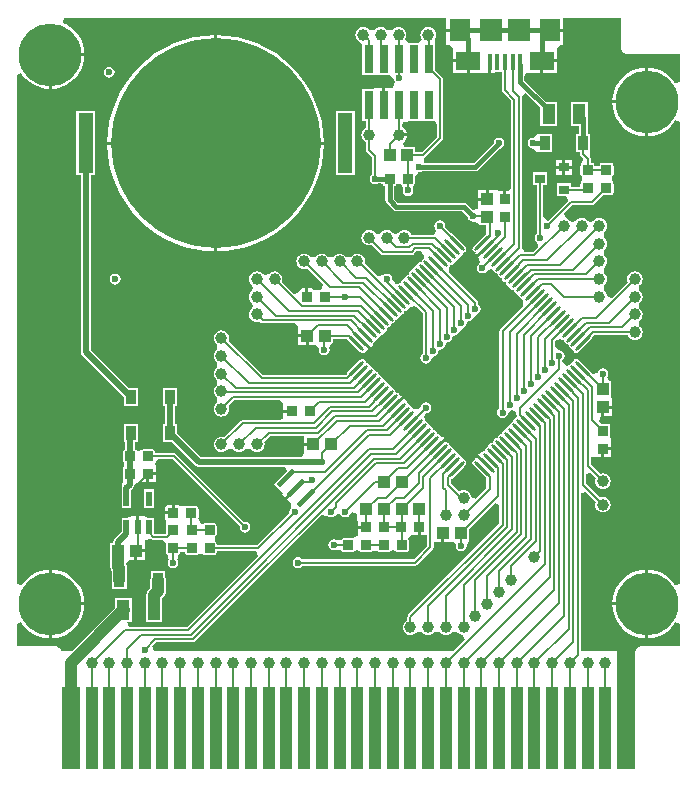
<source format=gtl>
G04 Layer_Physical_Order=1*
G04 Layer_Color=25308*
%FSLAX25Y25*%
%MOIN*%
G70*
G01*
G75*
%ADD10R,0.07480X0.07480*%
%ADD11R,0.08268X0.06299*%
%ADD12R,0.01575X0.05315*%
%ADD13R,0.07087X0.07480*%
G04:AMPARAMS|DCode=14|XSize=35mil|YSize=35mil|CornerRadius=4.38mil|HoleSize=0mil|Usage=FLASHONLY|Rotation=180.000|XOffset=0mil|YOffset=0mil|HoleType=Round|Shape=RoundedRectangle|*
%AMROUNDEDRECTD14*
21,1,0.03500,0.02625,0,0,180.0*
21,1,0.02625,0.03500,0,0,180.0*
1,1,0.00875,-0.01313,0.01313*
1,1,0.00875,0.01313,0.01313*
1,1,0.00875,0.01313,-0.01313*
1,1,0.00875,-0.01313,-0.01313*
%
%ADD14ROUNDEDRECTD14*%
%ADD15R,0.01969X0.05118*%
%ADD16R,0.04134X0.03937*%
%ADD17R,0.03937X0.04134*%
%ADD18R,0.04331X0.06693*%
%ADD19R,0.03500X0.03200*%
%ADD20R,0.03200X0.03500*%
G04:AMPARAMS|DCode=21|XSize=11.81mil|YSize=70.87mil|CornerRadius=0mil|HoleSize=0mil|Usage=FLASHONLY|Rotation=135.000|XOffset=0mil|YOffset=0mil|HoleType=Round|Shape=Round|*
%AMOVALD21*
21,1,0.05906,0.01181,0.00000,0.00000,225.0*
1,1,0.01181,0.02088,0.02088*
1,1,0.01181,-0.02088,-0.02088*
%
%ADD21OVALD21*%

G04:AMPARAMS|DCode=22|XSize=11.81mil|YSize=70.87mil|CornerRadius=0mil|HoleSize=0mil|Usage=FLASHONLY|Rotation=45.000|XOffset=0mil|YOffset=0mil|HoleType=Round|Shape=Round|*
%AMOVALD22*
21,1,0.05906,0.01181,0.00000,0.00000,135.0*
1,1,0.01181,0.02088,-0.02088*
1,1,0.01181,-0.02088,0.02088*
%
%ADD22OVALD22*%

%ADD23C,0.03937*%
%ADD24R,0.05906X0.27559*%
%ADD25R,0.03937X0.27559*%
%ADD26R,0.03583X0.04803*%
%ADD27R,0.02992X0.09449*%
G04:AMPARAMS|DCode=28|XSize=35mil|YSize=35mil|CornerRadius=4.38mil|HoleSize=0mil|Usage=FLASHONLY|Rotation=90.000|XOffset=0mil|YOffset=0mil|HoleType=Round|Shape=RoundedRectangle|*
%AMROUNDEDRECTD28*
21,1,0.03500,0.02625,0,0,90.0*
21,1,0.02625,0.03500,0,0,90.0*
1,1,0.00875,0.01313,0.01313*
1,1,0.00875,0.01313,-0.01313*
1,1,0.00875,-0.01313,-0.01313*
1,1,0.00875,-0.01313,0.01313*
%
%ADD28ROUNDEDRECTD28*%
G04:AMPARAMS|DCode=29|XSize=74.8mil|YSize=15.75mil|CornerRadius=0mil|HoleSize=0mil|Usage=FLASHONLY|Rotation=45.000|XOffset=0mil|YOffset=0mil|HoleType=Round|Shape=Rectangle|*
%AMROTATEDRECTD29*
4,1,4,-0.02088,-0.03202,-0.03202,-0.02088,0.02088,0.03202,0.03202,0.02088,-0.02088,-0.03202,0.0*
%
%ADD29ROTATEDRECTD29*%

%ADD30R,0.03543X0.03150*%
%ADD31C,0.70000*%
%ADD32R,0.05000X0.20000*%
%ADD33C,0.20866*%
%ADD34C,0.01575*%
%ADD35C,0.00787*%
%ADD36C,0.01969*%
%ADD37C,0.03937*%
%ADD38R,0.05906X0.13386*%
%ADD39C,0.02362*%
G36*
X410402Y466535D02*
X410524Y465921D01*
X410873Y465400D01*
X411393Y465052D01*
X412008Y464930D01*
X430087D01*
Y455455D01*
X428512Y455011D01*
X428176Y455560D01*
X427007Y456928D01*
X425639Y458097D01*
X424104Y459037D01*
X422442Y459726D01*
X420692Y460146D01*
X419398Y460248D01*
Y448819D01*
Y437390D01*
X420692Y437492D01*
X422442Y437912D01*
X424104Y438600D01*
X425639Y439541D01*
X427007Y440709D01*
X428176Y442078D01*
X428512Y442627D01*
X430087Y442183D01*
Y288132D01*
X428512Y287688D01*
X428176Y288237D01*
X427007Y289605D01*
X425639Y290774D01*
X424104Y291715D01*
X422442Y292403D01*
X420692Y292823D01*
X419398Y292925D01*
Y281496D01*
Y270067D01*
X420692Y270169D01*
X422442Y270589D01*
X424104Y271278D01*
X425639Y272218D01*
X427007Y273387D01*
X428176Y274755D01*
X428512Y275305D01*
X430087Y274860D01*
Y267354D01*
X416929D01*
X416315Y267231D01*
X415794Y266883D01*
X415446Y266363D01*
X415323Y265748D01*
X397076D01*
Y318331D01*
X398531Y318934D01*
X401945Y315520D01*
X401828Y315237D01*
X401740Y314567D01*
X401828Y313896D01*
X402087Y313272D01*
X402499Y312735D01*
X403035Y312323D01*
X403660Y312065D01*
X404331Y311976D01*
X405001Y312065D01*
X405626Y312323D01*
X406163Y312735D01*
X406574Y313272D01*
X406833Y313896D01*
X406921Y314567D01*
X406833Y315237D01*
X406574Y315862D01*
X406163Y316399D01*
X405626Y316810D01*
X405001Y317069D01*
X404331Y317158D01*
X403660Y317069D01*
X403378Y316952D01*
X398651Y321679D01*
Y324630D01*
X400106Y325233D01*
X401945Y323394D01*
X401828Y323112D01*
X401740Y322441D01*
X401828Y321770D01*
X402087Y321146D01*
X402499Y320609D01*
X403035Y320197D01*
X403660Y319938D01*
X404331Y319850D01*
X405001Y319938D01*
X405626Y320197D01*
X406163Y320609D01*
X406574Y321146D01*
X406833Y321770D01*
X406921Y322441D01*
X406833Y323112D01*
X406574Y323736D01*
X406163Y324273D01*
X405626Y324685D01*
X405001Y324943D01*
X404331Y325032D01*
X403660Y324943D01*
X403378Y324827D01*
X400226Y327979D01*
Y330302D01*
X401731Y330470D01*
X401801Y330470D01*
X403831D01*
Y333221D01*
X404331D01*
Y333720D01*
X406931D01*
Y335461D01*
X406931Y335942D01*
Y335970D01*
X406531Y337380D01*
Y337545D01*
Y341570D01*
X403801D01*
X403108Y342457D01*
X403788Y343980D01*
X403831D01*
Y347047D01*
X404331D01*
Y347547D01*
X407299D01*
Y350114D01*
X407299D01*
X406899Y350286D01*
Y355620D01*
X406408D01*
X405996Y356329D01*
X405756Y357194D01*
X406008Y357573D01*
X406147Y358268D01*
X406008Y358963D01*
X405615Y359552D01*
X405026Y359946D01*
X404331Y360084D01*
X403636Y359946D01*
X403047Y359552D01*
X402653Y358963D01*
X402541Y358402D01*
X402368Y358292D01*
X400773Y358235D01*
X400510Y358629D01*
X396443Y362696D01*
X396443D01*
X396425Y362714D01*
D01*
X396425Y362714D01*
X396424Y362716D01*
X396335Y362805D01*
X396335D01*
X396153Y362926D01*
X395941Y363068D01*
X395941D01*
X395822Y363091D01*
X395698Y363116D01*
X395593Y363137D01*
X395476Y363160D01*
X395476Y363160D01*
X395346Y363134D01*
X395233Y363112D01*
X395118Y363089D01*
X395012Y363068D01*
X395012D01*
D01*
X394851Y362961D01*
X394618Y362805D01*
D01*
X394618D01*
X394259Y362399D01*
X393620Y361676D01*
Y361676D01*
X393226Y361413D01*
X392963Y361019D01*
X392963Y361019D01*
X392287Y360908D01*
X390777Y362111D01*
Y362708D01*
X391048Y362889D01*
X391441Y363478D01*
X391580Y364173D01*
X391441Y364868D01*
X391048Y365457D01*
X390459Y365851D01*
X389764Y365989D01*
X388449Y367134D01*
X388415Y367204D01*
Y369041D01*
X388826Y369453D01*
X390442Y369718D01*
X390836Y369455D01*
X391300Y369362D01*
X391478Y369184D01*
X391571Y368720D01*
X391834Y368326D01*
X392228Y368063D01*
X392692Y367970D01*
X392769Y367893D01*
X392883Y367730D01*
X392963Y367328D01*
X392963Y367328D01*
X393226Y366934D01*
X393620Y366671D01*
X393620Y366671D01*
X394241Y365968D01*
X394618Y365542D01*
X394618D01*
Y365542D01*
X394847Y365389D01*
X395012Y365279D01*
X395012D01*
X395118Y365258D01*
X395233Y365235D01*
X395346Y365212D01*
X395476Y365187D01*
X395476Y365186D01*
X395593Y365210D01*
X395698Y365230D01*
X395822Y365255D01*
X395941Y365279D01*
X395941D01*
X396153Y365421D01*
X396335Y365542D01*
X396335D01*
X396424Y365631D01*
X396425Y365632D01*
X396425Y365632D01*
X396430Y365637D01*
X396430D01*
X400510Y369718D01*
X400773Y370112D01*
X400812Y370303D01*
X401543Y371034D01*
X412600D01*
X412717Y370752D01*
X413129Y370215D01*
X413665Y369804D01*
X414290Y369545D01*
X414961Y369457D01*
X415631Y369545D01*
X416256Y369804D01*
X416792Y370215D01*
X417204Y370752D01*
X417463Y371377D01*
X417551Y372047D01*
X417463Y372718D01*
X417204Y373343D01*
X416792Y373879D01*
X416498Y374105D01*
X416363Y375000D01*
X416498Y375895D01*
X416792Y376121D01*
X417204Y376657D01*
X417463Y377282D01*
X417551Y377953D01*
X417463Y378623D01*
X417204Y379248D01*
X416792Y379785D01*
X416498Y380011D01*
X416363Y380906D01*
X416498Y381801D01*
X416792Y382026D01*
X417204Y382563D01*
X417463Y383188D01*
X417551Y383858D01*
X417463Y384529D01*
X417204Y385154D01*
X416792Y385690D01*
X416498Y385916D01*
X416363Y386811D01*
X416498Y387706D01*
X416792Y387932D01*
X417204Y388468D01*
X417463Y389093D01*
X417551Y389764D01*
X417463Y390434D01*
X417204Y391059D01*
X416792Y391596D01*
X416256Y392007D01*
X415631Y392266D01*
X414961Y392354D01*
X414290Y392266D01*
X413665Y392007D01*
X413129Y391596D01*
X412717Y391059D01*
X412458Y390434D01*
X412370Y389764D01*
X412458Y389093D01*
X412575Y388811D01*
X407284Y383520D01*
X406519Y383688D01*
X405700Y384163D01*
X405652Y384529D01*
X405393Y385154D01*
X404982Y385690D01*
X404687Y385916D01*
X404552Y386811D01*
X404687Y387706D01*
X404982Y387932D01*
X405393Y388468D01*
X405652Y389093D01*
X405740Y389764D01*
X405652Y390434D01*
X405393Y391059D01*
X404982Y391596D01*
X404687Y391822D01*
X404552Y392717D01*
X404687Y393612D01*
X404982Y393837D01*
X405393Y394374D01*
X405652Y394999D01*
X405740Y395669D01*
X405652Y396340D01*
X405393Y396965D01*
X404982Y397501D01*
X404687Y397727D01*
X404552Y398622D01*
X404687Y399517D01*
X404982Y399743D01*
X405393Y400280D01*
X405652Y400904D01*
X405740Y401575D01*
X405652Y402245D01*
X405393Y402870D01*
X404982Y403407D01*
X404687Y403632D01*
X404552Y404528D01*
X404687Y405423D01*
X404982Y405648D01*
X405393Y406185D01*
X405652Y406810D01*
X405740Y407480D01*
X405652Y408151D01*
X405393Y408776D01*
X404982Y409312D01*
X404445Y409724D01*
X403820Y409983D01*
X403150Y410071D01*
X402479Y409983D01*
X401854Y409724D01*
X401318Y409312D01*
X401092Y409018D01*
X400197Y408883D01*
X399302Y409018D01*
X399076Y409312D01*
X398539Y409724D01*
X397915Y409983D01*
X397244Y410071D01*
X396574Y409983D01*
X395949Y409724D01*
X395412Y409312D01*
X395186Y409018D01*
X394291Y408883D01*
X393396Y409018D01*
X393170Y409312D01*
X392634Y409724D01*
X392009Y409983D01*
X391991Y409985D01*
X391363Y411584D01*
X394120Y414341D01*
X400638D01*
X401025Y414418D01*
X401354Y414638D01*
X404574Y417858D01*
X406824D01*
X407229Y417939D01*
X407572Y418168D01*
X407802Y418511D01*
X407882Y418916D01*
Y421541D01*
X407802Y421946D01*
X407572Y422289D01*
X407443Y422375D01*
X407326Y423228D01*
X407443Y424081D01*
X407572Y424168D01*
X407802Y424511D01*
X407882Y424916D01*
Y427541D01*
X407802Y427946D01*
X407572Y428289D01*
X407229Y428518D01*
X406824Y428599D01*
X404199D01*
X403794Y428518D01*
X403451Y428289D01*
X403222Y427946D01*
X403141Y427541D01*
X401583D01*
X401502Y427946D01*
X401273Y428289D01*
X400930Y428518D01*
X400525Y428599D01*
X400226D01*
Y429921D01*
X400149Y430309D01*
X400046Y430463D01*
X400167Y432038D01*
X400167Y432038D01*
X400167Y432038D01*
Y438041D01*
X399190D01*
Y440935D01*
X399222D01*
Y448828D01*
X393691D01*
Y440935D01*
X396361D01*
Y438041D01*
X395384D01*
Y432038D01*
X396762D01*
Y431358D01*
X396839Y430970D01*
X397059Y430642D01*
X397564Y430137D01*
X397539Y429554D01*
X397218Y428333D01*
X397152Y428289D01*
X396923Y427946D01*
X396842Y427541D01*
Y424916D01*
X396923Y424511D01*
X397152Y424168D01*
X397282Y424081D01*
X397398Y423228D01*
X397282Y422375D01*
X397152Y422289D01*
X396923Y421946D01*
X396842Y421541D01*
Y420501D01*
X393710D01*
Y421663D01*
X388967D01*
Y417313D01*
X392065D01*
X392262Y417047D01*
X392652Y415739D01*
X386146Y409233D01*
X385827Y409296D01*
X384512Y410441D01*
X384478Y410511D01*
Y421054D01*
X385836D01*
Y425403D01*
X381093D01*
Y421054D01*
X382451D01*
Y405008D01*
X382181Y404827D01*
X381787Y404238D01*
X381649Y403543D01*
X381787Y402848D01*
X382181Y402259D01*
X382347Y402148D01*
X382718Y400700D01*
X382699Y400274D01*
X381076Y398651D01*
X378435D01*
X378073Y399024D01*
X377391Y400196D01*
Y450394D01*
X377314Y450781D01*
X378617Y451666D01*
X383455Y446828D01*
Y440935D01*
X388986D01*
Y448828D01*
X385456D01*
X378186Y456098D01*
Y457097D01*
X378724Y458449D01*
X379761Y458449D01*
X383358D01*
Y462598D01*
X383858D01*
Y463098D01*
X388992D01*
Y466323D01*
X388992Y466748D01*
X390019Y467898D01*
X391158D01*
Y472138D01*
X386614D01*
Y473138D01*
X391158D01*
Y476741D01*
X410402D01*
Y466535D01*
D02*
G37*
G36*
X352150Y473138D02*
X356693D01*
Y472138D01*
X352150D01*
Y467898D01*
X353289D01*
X354315Y466748D01*
X354315Y466323D01*
Y463098D01*
X359449D01*
Y462598D01*
X359949D01*
Y458449D01*
X363173D01*
X363625Y458449D01*
X364748Y458449D01*
X366035Y458449D01*
Y462106D01*
X367035D01*
Y458449D01*
X368323D01*
Y458849D01*
X370640D01*
Y452756D01*
X370718Y452368D01*
X370937Y452039D01*
X373790Y449187D01*
Y420249D01*
X372676Y419136D01*
X372153D01*
Y416386D01*
X371153D01*
Y419136D01*
X370291D01*
X370180D01*
X368717Y419406D01*
X368543D01*
X367590Y419406D01*
X366248D01*
Y416339D01*
X365748D01*
Y415839D01*
X362779D01*
Y414509D01*
X362779Y413735D01*
Y413493D01*
X362504Y413185D01*
X360709Y412946D01*
X358874Y414780D01*
X358415Y415086D01*
X357874Y415194D01*
X336019D01*
X334635Y416578D01*
Y420878D01*
X334938Y420938D01*
X335281Y421168D01*
X335367Y421297D01*
X336221Y421414D01*
X336927Y421317D01*
X337686Y419954D01*
X337554Y419291D01*
X337692Y418596D01*
X338086Y418007D01*
X338675Y417614D01*
X339370Y417475D01*
X340065Y417614D01*
X340654Y418007D01*
X341048Y418596D01*
X341186Y419291D01*
X341138Y419534D01*
X341048Y419986D01*
X341281Y421168D01*
X341281Y421168D01*
X341510Y421511D01*
X341591Y421916D01*
Y424129D01*
X341615Y424181D01*
X342626Y425174D01*
X342846Y425308D01*
X342981Y425363D01*
X343608Y425488D01*
X344002Y425751D01*
X361811D01*
X362352Y425858D01*
X362811Y426165D01*
X369915Y433269D01*
X370380Y433362D01*
X370969Y433755D01*
X371363Y434344D01*
X371501Y435039D01*
X371363Y435734D01*
X370969Y436323D01*
X370380Y436717D01*
X369685Y436855D01*
X368990Y436717D01*
X368401Y436323D01*
X368007Y435734D01*
X367915Y435270D01*
X361225Y428580D01*
X344776D01*
X344621Y430155D01*
X344679Y430166D01*
X345008Y430386D01*
X350716Y436095D01*
X350936Y436423D01*
X351013Y436811D01*
Y456299D01*
X350936Y456687D01*
X350716Y457016D01*
X348317Y459415D01*
Y468513D01*
X348317D01*
Y468513D01*
X348352Y470074D01*
X348565Y470589D01*
X348654Y471260D01*
X348565Y471930D01*
X348307Y472555D01*
X347895Y473092D01*
X347358Y473503D01*
X346733Y473762D01*
X346063Y473850D01*
X345392Y473762D01*
X344768Y473503D01*
X344231Y473092D01*
X343819Y472555D01*
X343561Y471930D01*
X343472Y471260D01*
X343561Y470589D01*
X343819Y469965D01*
X343821Y469963D01*
X343862Y469768D01*
X342948Y468513D01*
X342550Y468513D01*
X339891D01*
X339511Y468513D01*
X338453Y469723D01*
X338486Y470018D01*
X338723Y470589D01*
X338811Y471260D01*
X338723Y471930D01*
X338464Y472555D01*
X338052Y473092D01*
X337516Y473503D01*
X336891Y473762D01*
X336221Y473850D01*
X335550Y473762D01*
X334925Y473503D01*
X334389Y473092D01*
X334163Y472797D01*
X333268Y472662D01*
X332373Y472797D01*
X332147Y473092D01*
X331610Y473503D01*
X330985Y473762D01*
X330315Y473850D01*
X329644Y473762D01*
X329020Y473503D01*
X328483Y473092D01*
X328257Y472797D01*
X327362Y472662D01*
X326467Y472797D01*
X326241Y473092D01*
X325705Y473503D01*
X325080Y473762D01*
X324409Y473850D01*
X323739Y473762D01*
X323114Y473503D01*
X322578Y473092D01*
X322166Y472555D01*
X321907Y471930D01*
X321819Y471260D01*
X321907Y470589D01*
X322083Y470164D01*
X322166Y469965D01*
X322166Y469965D01*
X322578Y469428D01*
X323114Y469016D01*
X323114Y469016D01*
X323114Y469016D01*
X324124Y467860D01*
Y467655D01*
Y467239D01*
Y457865D01*
X327550D01*
X328316Y457865D01*
X328720D01*
X329124D01*
X329891Y457865D01*
X332550D01*
X333111Y457865D01*
X334386Y456769D01*
X334404Y456693D01*
X334543Y455998D01*
X334936Y455409D01*
X334422Y453859D01*
X334183Y453559D01*
X333724D01*
X333720D01*
X333717D01*
X332150Y453559D01*
X331720D01*
Y447835D01*
X330720D01*
Y453559D01*
X329726D01*
X328934Y453559D01*
X328724D01*
X327315Y453159D01*
X327150D01*
X324124D01*
Y442510D01*
X325207D01*
Y440091D01*
X325083Y440039D01*
X324546Y439627D01*
X324134Y439091D01*
X323876Y438466D01*
X323787Y437795D01*
X323876Y437125D01*
X324134Y436500D01*
X324546Y435963D01*
X325083Y435552D01*
X325365Y435435D01*
Y432677D01*
X325442Y432289D01*
X325661Y431961D01*
X327333Y430289D01*
Y424693D01*
X327062Y424512D01*
X326669Y423923D01*
X326531Y423228D01*
X326669Y422533D01*
X327062Y421944D01*
X327652Y421551D01*
X328346Y421412D01*
X329041Y421551D01*
X329380Y421777D01*
X329769Y421710D01*
X330957Y421472D01*
X331160Y421168D01*
X331503Y420938D01*
X331806Y420878D01*
Y415992D01*
X331914Y415451D01*
X332220Y414992D01*
X334433Y412779D01*
X334892Y412473D01*
X335433Y412365D01*
X357288D01*
X359254Y410400D01*
X359346Y409935D01*
X359739Y409346D01*
X360329Y408952D01*
X361024Y408814D01*
X361605Y408929D01*
X361770Y408920D01*
X363179Y408034D01*
Y407766D01*
X365522D01*
Y404931D01*
X365387Y404841D01*
X361211Y400665D01*
X360948Y400272D01*
X360856Y399807D01*
X360948Y399342D01*
X361211Y398949D01*
X361605Y398686D01*
X361883Y398630D01*
X361840Y398415D01*
X361963Y397794D01*
X362032Y397692D01*
X365196Y400856D01*
X365903Y400149D01*
X362739Y396985D01*
X362841Y396917D01*
X362943Y396897D01*
X363307Y395279D01*
X363055Y394954D01*
X362889Y394843D01*
X362495Y394254D01*
X362357Y393559D01*
X362495Y392864D01*
X362889Y392275D01*
X363478Y391881D01*
X364173Y391743D01*
X364868Y391881D01*
X365457Y392275D01*
X365568Y392440D01*
X366159Y392899D01*
X367361Y393038D01*
X367815Y392847D01*
X367815Y392847D01*
X367908Y392383D01*
X368171Y391989D01*
X368565Y391726D01*
X368565Y391726D01*
X368787Y391682D01*
X369029Y391633D01*
X369207Y391455D01*
X369300Y390991D01*
X369563Y390597D01*
X369957Y390334D01*
X370421Y390241D01*
X370599Y390063D01*
X370692Y389599D01*
X370955Y389205D01*
X371349Y388942D01*
X371813Y388849D01*
X371890Y388773D01*
X372004Y388610D01*
X372040Y388428D01*
X372040Y388428D01*
X372084Y388207D01*
X372084Y388207D01*
X372347Y387813D01*
X372347Y387813D01*
X373085Y387160D01*
X373739Y386421D01*
X373739Y386421D01*
X374132Y386158D01*
X374133Y386158D01*
X374354Y386114D01*
X374354Y386114D01*
X374535Y386078D01*
X374684Y385974D01*
X374787Y385826D01*
X374823Y385645D01*
X374823Y385645D01*
X374868Y385423D01*
X374868Y385423D01*
X375131Y385029D01*
X375524Y384766D01*
X375524Y384766D01*
X375524D01*
X375524Y384766D01*
X376523Y383637D01*
X376523Y383637D01*
X377651Y382639D01*
X377651Y382639D01*
X377726Y381095D01*
X377650Y380630D01*
X370150Y373129D01*
X369930Y372801D01*
X369853Y372413D01*
Y346741D01*
X369582Y346560D01*
X369188Y345971D01*
X369050Y345276D01*
X369188Y344581D01*
X369582Y343991D01*
X370171Y343598D01*
X370866Y343460D01*
X371390Y343564D01*
X371561Y343598D01*
X371561Y343598D01*
X372150Y343991D01*
X372544Y344581D01*
Y344581D01*
X372544Y344581D01*
X373178Y345326D01*
X373923Y345960D01*
X374966Y345780D01*
X375579Y344256D01*
X375131Y343317D01*
X375131D01*
X374276Y342351D01*
X374133Y342188D01*
X373954Y342069D01*
X373739Y341925D01*
X373476Y341531D01*
X373476Y341531D01*
X373423Y341269D01*
X373212Y340995D01*
X372741Y340796D01*
Y340796D01*
X372741D01*
X372741Y340796D01*
X372347Y340533D01*
X372347Y340533D01*
X371694Y339795D01*
X370955Y339142D01*
X370955Y339141D01*
X370692Y338748D01*
X370692Y338748D01*
X370648Y338526D01*
X370648Y338526D01*
X370612Y338345D01*
X370498Y338182D01*
X370421Y338105D01*
X369957Y338013D01*
X369563Y337750D01*
X369300Y337356D01*
X369207Y336891D01*
X369029Y336713D01*
X368565Y336621D01*
X368171Y336357D01*
X367908Y335964D01*
X367815Y335499D01*
X367739Y335422D01*
X367575Y335309D01*
X367394Y335273D01*
X367394Y335273D01*
X367173Y335229D01*
X367173Y335229D01*
X366779Y334966D01*
X366779Y334965D01*
X366126Y334227D01*
X365387Y333574D01*
X365387Y333574D01*
X365124Y333180D01*
X365124Y333180D01*
Y333180D01*
X365124D01*
X364926Y332708D01*
X364651Y332497D01*
X364389Y332445D01*
X364389Y332445D01*
X363995Y332182D01*
X363851Y331966D01*
X363732Y331788D01*
X362841Y331430D01*
X362739Y331361D01*
X365903Y328197D01*
X365196Y327490D01*
X362032Y330654D01*
X361963Y330552D01*
X361840Y329931D01*
X361883Y329716D01*
X361605Y329661D01*
X361211Y329398D01*
X360948Y329004D01*
X360856Y328539D01*
X360948Y328075D01*
X361211Y327681D01*
X365387Y323505D01*
X365522Y323415D01*
Y320105D01*
X362009Y316591D01*
X361243Y316759D01*
X360424Y317234D01*
X360376Y317600D01*
X360118Y318225D01*
X359706Y318761D01*
X359169Y319173D01*
X358544Y319431D01*
X357874Y319520D01*
X357204Y319431D01*
X356579Y319173D01*
X356407Y319041D01*
X353769Y321679D01*
Y323215D01*
X353904Y323242D01*
X354298Y323505D01*
X358071Y327279D01*
X358474Y327681D01*
X358474Y327681D01*
X358737Y328075D01*
X358803Y328408D01*
X358829Y328539D01*
D01*
Y328539D01*
D01*
X358828Y328544D01*
X358737Y329004D01*
X358737Y329004D01*
X358737Y329004D01*
D01*
X358474Y329398D01*
X358474Y329398D01*
X358080Y329661D01*
X358080Y329661D01*
X358080D01*
Y329661D01*
X357987Y329766D01*
X357082Y330790D01*
X357082Y330790D01*
X355953Y331788D01*
X355953Y331788D01*
Y331788D01*
X355953Y331788D01*
X355690Y332182D01*
X355296Y332445D01*
X354298Y333574D01*
Y333574D01*
X353169Y334572D01*
Y334572D01*
X353169Y334572D01*
X352906Y334966D01*
X352690Y335110D01*
X352512Y335229D01*
X352154Y336120D01*
X352086Y336222D01*
X348921Y333058D01*
X348214Y333765D01*
X351378Y336929D01*
X351276Y336998D01*
X350656Y337121D01*
X350440Y337078D01*
X350385Y337356D01*
X350122Y337750D01*
X349728Y338013D01*
X349264Y338105D01*
X349086Y338283D01*
X348993Y338748D01*
X348730Y339141D01*
X348336Y339405D01*
X347872Y339497D01*
X347795Y339574D01*
X347681Y339737D01*
X347645Y339918D01*
X347645Y339918D01*
X347601Y340140D01*
X347601Y340140D01*
X347338Y340533D01*
X347338Y340533D01*
X346600Y341186D01*
X345946Y341925D01*
X345946Y341925D01*
X345552Y342188D01*
X345552Y342189D01*
X345331Y342232D01*
X345331Y342232D01*
X345261Y342246D01*
X344622Y343647D01*
X345304Y345034D01*
X345999Y345173D01*
X346588Y345566D01*
X346981Y346155D01*
X347119Y346850D01*
X346981Y347545D01*
X346588Y348134D01*
X345999Y348528D01*
X345304Y348666D01*
X344609Y348528D01*
X344020Y348134D01*
X343626Y347545D01*
X343488Y346850D01*
X342397Y346315D01*
X341377Y346364D01*
X341377Y346364D01*
X340378Y347493D01*
X340378Y347493D01*
X339250Y348491D01*
X339250Y348491D01*
X339250Y348491D01*
X338986Y348885D01*
X338879Y348957D01*
X338307Y349675D01*
X338234Y350039D01*
X338166Y350142D01*
X335002Y346977D01*
X334295Y347684D01*
X337459Y350849D01*
X337357Y350917D01*
X336466Y351275D01*
X336347Y351453D01*
X336203Y351669D01*
X335809Y351932D01*
X335809Y351932D01*
X335421Y352009D01*
X335246Y352132D01*
X335154Y352264D01*
X335074Y352667D01*
X335074Y352667D01*
X334811Y353061D01*
X334417Y353324D01*
X334417Y353324D01*
X334417D01*
X334417Y353324D01*
X333419Y354453D01*
X333419Y354453D01*
X332290Y355451D01*
X332290Y355451D01*
Y355451D01*
X332290Y355451D01*
X332027Y355845D01*
X331633Y356108D01*
X331633Y356108D01*
X331633D01*
X331633Y356108D01*
X330635Y357237D01*
X330635Y357237D01*
X329506Y358235D01*
X329506Y358235D01*
Y358235D01*
X329506Y358235D01*
X329243Y358629D01*
X328849Y358892D01*
X327851Y360021D01*
Y360021D01*
X326722Y361019D01*
X326459Y361413D01*
X326065Y361676D01*
X326065Y361676D01*
X326065Y361676D01*
X325423Y361946D01*
X325423Y361946D01*
X325330Y362411D01*
X325067Y362805D01*
X324694Y363053D01*
D01*
X324673Y363068D01*
X324673Y363068D01*
X324673Y363068D01*
X324673D01*
X324452Y363112D01*
X324452Y363112D01*
X324209Y363160D01*
X324209Y363160D01*
X323744Y363068D01*
X323744D01*
X323532Y362926D01*
X323351Y362805D01*
X323350D01*
X323261Y362716D01*
X323260Y362714D01*
X323260Y362714D01*
X323255Y362709D01*
X323255D01*
X319175Y358629D01*
X318912Y358235D01*
X318874Y358044D01*
X318536Y357706D01*
X290971D01*
X279551Y369126D01*
X279668Y369408D01*
X279756Y370079D01*
X279668Y370749D01*
X279409Y371374D01*
X278997Y371911D01*
X278461Y372322D01*
X277836Y372581D01*
X277165Y372669D01*
X276495Y372581D01*
X275870Y372322D01*
X275333Y371911D01*
X274922Y371374D01*
X274663Y370749D01*
X274575Y370079D01*
X274663Y369408D01*
X274922Y368783D01*
X275333Y368247D01*
X275628Y368021D01*
X275763Y367126D01*
X275628Y366231D01*
X275333Y366005D01*
X274922Y365469D01*
X274663Y364844D01*
X274575Y364173D01*
X274663Y363503D01*
X274922Y362878D01*
X275333Y362341D01*
X275628Y362116D01*
X275763Y361221D01*
X275628Y360325D01*
X275333Y360100D01*
X274922Y359563D01*
X274663Y358938D01*
X274575Y358268D01*
X274663Y357597D01*
X274922Y356972D01*
X275333Y356436D01*
X275628Y356210D01*
X275763Y355315D01*
X275628Y354420D01*
X275333Y354194D01*
X274922Y353658D01*
X274663Y353033D01*
X274575Y352362D01*
X274663Y351692D01*
X274922Y351067D01*
X275333Y350530D01*
X275628Y350305D01*
X275763Y349409D01*
X275628Y348514D01*
X275333Y348289D01*
X274922Y347752D01*
X274663Y347127D01*
X274575Y346457D01*
X274663Y345786D01*
X274922Y345161D01*
X275333Y344625D01*
X275870Y344213D01*
X276495Y343954D01*
X277165Y343866D01*
X277836Y343954D01*
X278461Y344213D01*
X278997Y344625D01*
X279409Y345161D01*
X279668Y345786D01*
X279756Y346457D01*
X279668Y347127D01*
X279551Y347409D01*
X281522Y349380D01*
X296679D01*
X297793Y348269D01*
X297793Y347806D01*
Y346169D01*
X300543D01*
Y345169D01*
X297793D01*
Y344320D01*
X297793Y343069D01*
X296353Y342745D01*
X284252D01*
X283864Y342668D01*
X283536Y342449D01*
X278118Y337031D01*
X277836Y337148D01*
X277165Y337236D01*
X276495Y337148D01*
X275870Y336889D01*
X275333Y336477D01*
X274922Y335941D01*
X274663Y335316D01*
X274575Y334646D01*
X274663Y333975D01*
X274922Y333350D01*
X275333Y332814D01*
X275870Y332402D01*
X276495Y332143D01*
X277165Y332055D01*
X277836Y332143D01*
X278461Y332402D01*
X278997Y332814D01*
X279223Y333108D01*
X280118Y333243D01*
X281013Y333108D01*
X281239Y332814D01*
X281775Y332402D01*
X282400Y332143D01*
X283071Y332055D01*
X283741Y332143D01*
X284366Y332402D01*
X284903Y332814D01*
X285129Y333108D01*
X286024Y333243D01*
X286919Y333108D01*
X287144Y332814D01*
X287681Y332402D01*
X288306Y332143D01*
X288976Y332055D01*
X289647Y332143D01*
X290272Y332402D01*
X290808Y332814D01*
X291220Y333350D01*
X291479Y333975D01*
X291567Y334646D01*
X291479Y335316D01*
X291362Y335598D01*
X293333Y337569D01*
X304610D01*
Y335146D01*
X307677D01*
Y334146D01*
X304610D01*
Y331677D01*
X304610Y331677D01*
X304610D01*
X304610Y331677D01*
X303999Y330355D01*
X270492D01*
X262372Y338476D01*
Y341584D01*
X261596D01*
Y347392D01*
X262372D01*
Y353395D01*
X257589D01*
Y347392D01*
X258365D01*
Y341584D01*
X257589D01*
Y335581D01*
X260698D01*
X268681Y327598D01*
X269205Y327248D01*
X269823Y327125D01*
X298314D01*
X298916Y325670D01*
X294578Y321332D01*
X296540Y319369D01*
X297593Y318231D01*
X297353Y317991D01*
X298263Y317080D01*
X301615Y320432D01*
X302322Y319725D01*
X298970Y316373D01*
X299881Y315463D01*
X299916Y315499D01*
X300514Y314953D01*
X300291Y313489D01*
Y313489D01*
D01*
Y313489D01*
X299897Y312900D01*
X299759Y312205D01*
X299759Y312205D01*
X299774Y312128D01*
X299822Y311885D01*
X289100Y301163D01*
X275599D01*
Y301462D01*
X275518Y301867D01*
X275289Y302210D01*
X275159Y302297D01*
X275043Y303150D01*
X275159Y304003D01*
X275289Y304089D01*
X275518Y304432D01*
X275599Y304837D01*
Y307462D01*
X275518Y307867D01*
X275289Y308210D01*
X274946Y308439D01*
X274541Y308520D01*
X271916D01*
X271511Y308439D01*
X271168Y308210D01*
X271150Y308184D01*
X270849Y308122D01*
X269980Y308618D01*
X269463Y310094D01*
X269544Y310498D01*
Y313123D01*
X269463Y313528D01*
X269234Y313872D01*
X268891Y314101D01*
X268486Y314181D01*
X265861D01*
X265456Y314101D01*
X265356Y314034D01*
X265124Y313981D01*
X264278Y314021D01*
X263525Y314156D01*
X263522Y314160D01*
X263047Y314478D01*
X262486Y314589D01*
X261673D01*
Y311811D01*
X261173D01*
Y311311D01*
X258395D01*
Y311225D01*
X258395Y310506D01*
Y310498D01*
X258395Y310498D01*
X258475Y310099D01*
X258507Y309938D01*
X258658Y309443D01*
X258723Y308416D01*
X258720Y308116D01*
X258728Y308209D01*
X258731Y308007D01*
X258716Y307777D01*
X258734Y307867D01*
X258734Y307872D01*
X258734Y307867D01*
Y307867D01*
X258745Y308066D01*
Y308066D01*
X258734Y307867D01*
X258745Y308065D01*
Y308065D01*
X258734Y307867D01*
X258734Y307867D01*
X258716Y307777D01*
X258653Y307462D01*
Y305015D01*
X258588Y304950D01*
X254750D01*
X254537Y305164D01*
Y310246D01*
X252772D01*
X252606D01*
X251197Y310646D01*
X250733D01*
X249959Y310646D01*
X249713D01*
Y307087D01*
X248713D01*
Y310646D01*
X248466D01*
X247692Y310646D01*
X247228D01*
X245819Y310246D01*
X245654D01*
X243888D01*
Y307243D01*
X243857Y307087D01*
Y305590D01*
X241574Y303308D01*
X241224Y302783D01*
X241101Y302165D01*
Y301781D01*
X240050D01*
Y296644D01*
X240126D01*
Y295276D01*
Y293898D01*
X240214Y293227D01*
X240473Y292602D01*
X240579Y292465D01*
Y289370D01*
X240667Y288700D01*
X240778Y288432D01*
Y286368D01*
X245561D01*
Y288432D01*
X245672Y288700D01*
X245760Y289370D01*
Y293445D01*
X245672Y294115D01*
X245413Y294740D01*
X245652Y295560D01*
X246481Y296244D01*
X246793Y296244D01*
X246882D01*
X248122D01*
Y299213D01*
X248622D01*
Y299713D01*
X251689D01*
Y302157D01*
X251689Y302181D01*
Y302181D01*
X251594Y302444D01*
X251790Y302824D01*
X253574Y303212D01*
X253678Y303178D01*
X253943Y303001D01*
X254331Y302924D01*
X257546D01*
X257894Y302614D01*
X258653Y301462D01*
Y301462D01*
X258653Y301349D01*
Y298837D01*
X258734Y298432D01*
X258963Y298089D01*
X259079Y298012D01*
X259273Y297585D01*
X259458Y296825D01*
X259541Y296262D01*
X259346Y295971D01*
X259208Y295276D01*
X259346Y294581D01*
X259739Y293991D01*
X260329Y293598D01*
X261024Y293460D01*
X261719Y293598D01*
X262308Y293991D01*
X262701Y294581D01*
X262840Y295276D01*
X262701Y295971D01*
X262507Y296262D01*
X262589Y296825D01*
X262774Y297585D01*
X262969Y298012D01*
X263084Y298089D01*
X263313Y298432D01*
X263394Y298837D01*
X264952D01*
X265033Y298432D01*
X265262Y298089D01*
X265605Y297860D01*
X266010Y297779D01*
X268635D01*
X269040Y297860D01*
X269383Y298089D01*
X269401Y298115D01*
X270058Y298251D01*
X270493D01*
X271150Y298115D01*
X271168Y298089D01*
X271511Y297860D01*
X271916Y297779D01*
X274541D01*
X274946Y297860D01*
X275289Y298089D01*
X275518Y298432D01*
X275599Y298837D01*
Y299136D01*
X288784D01*
X289436Y297562D01*
X265722Y273848D01*
X246498D01*
X245572Y275423D01*
X245660Y275581D01*
X247253D01*
Y279162D01*
X247276Y279331D01*
X247253Y279499D01*
Y283474D01*
X241723D01*
Y280229D01*
X227242Y265748D01*
X223653D01*
X223531Y266363D01*
X223183Y266883D01*
X222662Y267231D01*
X222047Y267354D01*
X208889D01*
Y274860D01*
X210464Y275305D01*
X210801Y274755D01*
X211969Y273387D01*
X213338Y272218D01*
X214872Y271278D01*
X216535Y270589D01*
X218285Y270169D01*
X219579Y270067D01*
Y281496D01*
Y292925D01*
X218285Y292823D01*
X216535Y292403D01*
X214872Y291715D01*
X213338Y290774D01*
X211969Y289605D01*
X210801Y288237D01*
X210464Y287688D01*
X208889Y288132D01*
Y457931D01*
X210464Y458375D01*
X210801Y457826D01*
X211969Y456458D01*
X213338Y455289D01*
X214872Y454349D01*
X216535Y453660D01*
X218285Y453240D01*
X219579Y453138D01*
Y464567D01*
X220079D01*
Y465067D01*
X231508D01*
X231406Y466361D01*
X230986Y468111D01*
X230297Y469773D01*
X229357Y471308D01*
X228188Y472676D01*
X226820Y473845D01*
X225285Y474785D01*
X224366Y475166D01*
X224680Y476741D01*
X352150D01*
Y473138D01*
D02*
G37*
G36*
X347412Y442510D02*
X348317Y442510D01*
X348987Y441213D01*
X348987Y441213D01*
Y437231D01*
X343872Y432116D01*
X341840D01*
Y433671D01*
X338188D01*
X337759Y435090D01*
X337774Y435246D01*
X338338Y435678D01*
X338813Y436298D01*
X339113Y437020D01*
X339149Y437295D01*
X336221D01*
Y438295D01*
X339149D01*
X339113Y438570D01*
X338813Y439292D01*
X338338Y439912D01*
X337718Y440388D01*
X337362Y440535D01*
X337675Y442110D01*
X337715D01*
X338507Y442110D01*
X338717D01*
X340126Y442510D01*
X340291D01*
X342550D01*
X343317Y442510D01*
X343721D01*
X344124D01*
X344891Y442510D01*
X347412D01*
D02*
G37*
G36*
X369853Y314591D02*
Y308294D01*
X339441Y277882D01*
X339221Y277553D01*
X339144Y277165D01*
Y275982D01*
X338862Y275866D01*
X338326Y275454D01*
X337914Y274917D01*
X337655Y274292D01*
X337567Y273622D01*
X337655Y272952D01*
X337914Y272327D01*
X338326Y271790D01*
X338862Y271378D01*
X339487Y271120D01*
X340158Y271031D01*
X340828Y271120D01*
X341453Y271378D01*
X341989Y271790D01*
X342215Y272084D01*
X343110Y272220D01*
X344005Y272084D01*
X344231Y271790D01*
X344768Y271378D01*
X345392Y271120D01*
X346063Y271031D01*
X346733Y271120D01*
X347358Y271378D01*
X347895Y271790D01*
X348121Y272084D01*
X349016Y272220D01*
X349911Y272084D01*
X350137Y271790D01*
X350673Y271378D01*
X351298Y271120D01*
X351969Y271031D01*
X352639Y271120D01*
X353264Y271378D01*
X353800Y271790D01*
X354026Y272084D01*
X354921Y272220D01*
X355816Y272084D01*
X356042Y271790D01*
X356579Y271378D01*
X357204Y271120D01*
X357569Y271072D01*
X358045Y270253D01*
X358212Y269488D01*
X354473Y265748D01*
X254841D01*
X254189Y267323D01*
X255538Y268672D01*
X267717D01*
X268104Y268749D01*
X268433Y268969D01*
X310601Y311137D01*
X310817Y311191D01*
X312495Y310921D01*
X313085Y310527D01*
X313779Y310389D01*
X314475Y310527D01*
X315064Y310921D01*
X315275Y311237D01*
X316076Y311378D01*
X316208D01*
X317009Y311237D01*
X317220Y310921D01*
X317809Y310527D01*
X318504Y310389D01*
X319199Y310527D01*
X319788Y310921D01*
X320182Y311510D01*
X320225Y311729D01*
X320752Y312117D01*
X322261Y311354D01*
X322327Y311258D01*
Y311150D01*
X322327Y310197D01*
Y310024D01*
X322597Y308561D01*
Y308449D01*
Y307587D01*
X325346D01*
Y306587D01*
X322597D01*
Y304612D01*
X322596Y304564D01*
X322579Y304443D01*
X322499Y304242D01*
X321158Y303471D01*
X320753Y303551D01*
X318128D01*
X317724Y303471D01*
X317380Y303242D01*
X317303Y303126D01*
X316876Y302932D01*
X316116Y302747D01*
X315553Y302664D01*
X315262Y302859D01*
X314567Y302997D01*
X313872Y302859D01*
X313283Y302465D01*
X312889Y301876D01*
X312751Y301181D01*
X312889Y300486D01*
X313283Y299897D01*
X313872Y299503D01*
X314567Y299365D01*
X315262Y299503D01*
X315553Y299698D01*
X316116Y299616D01*
X316876Y299430D01*
X317303Y299236D01*
X317380Y299121D01*
X317724Y298891D01*
X318128Y298811D01*
X320753D01*
X321158Y298891D01*
X321501Y299121D01*
X321588Y299250D01*
X322441Y299367D01*
X323294Y299250D01*
X323380Y299121D01*
X323724Y298891D01*
X324128Y298811D01*
X326753D01*
X327158Y298891D01*
X327501Y299121D01*
X327725Y299173D01*
X328968D01*
X329191Y299121D01*
X329535Y298891D01*
X329940Y298811D01*
X332564D01*
X332969Y298891D01*
X333313Y299121D01*
X333399Y299250D01*
X334252Y299367D01*
X335105Y299250D01*
X335191Y299121D01*
X335535Y298891D01*
X335940Y298811D01*
X338564D01*
X338969Y298891D01*
X339313Y299121D01*
X339542Y299464D01*
X339622Y299869D01*
Y302494D01*
X339542Y302898D01*
X339313Y303242D01*
X339298Y303400D01*
X340407Y304487D01*
Y304487D01*
X340407Y304487D01*
X340407Y304487D01*
X342657D01*
Y307087D01*
X343657D01*
Y304487D01*
X345837D01*
Y300813D01*
X341313Y296289D01*
X304221D01*
X304040Y296560D01*
X303451Y296953D01*
X302756Y297092D01*
X302061Y296953D01*
X301472Y296560D01*
X301078Y295971D01*
X300940Y295276D01*
X301078Y294581D01*
X301472Y293991D01*
X302061Y293598D01*
X302756Y293460D01*
X303451Y293598D01*
X304040Y293991D01*
X304221Y294262D01*
X341732D01*
X342120Y294339D01*
X342449Y294559D01*
X347567Y299677D01*
X347786Y300006D01*
X347864Y300394D01*
Y300597D01*
X347917Y302150D01*
X349438Y302150D01*
X350484D01*
Y305118D01*
X351484D01*
Y302150D01*
X352814D01*
X353588Y302150D01*
X354051D01*
X354522Y302283D01*
X354539Y302268D01*
X355308Y300975D01*
X355271Y300787D01*
X355409Y300093D01*
X355802Y299503D01*
X356392Y299110D01*
X357087Y298971D01*
X357782Y299110D01*
X358371Y299503D01*
X358764Y300093D01*
X358903Y300787D01*
X358865Y300975D01*
X358972Y301217D01*
Y301217D01*
X359557Y302550D01*
X359557Y302550D01*
X359557Y302550D01*
X359557D01*
Y306352D01*
X368398Y315194D01*
X369853Y314591D01*
D02*
G37*
%LPC*%
G36*
X254537Y319694D02*
X251368D01*
Y313376D01*
X254537D01*
Y319694D01*
D02*
G37*
G36*
X406931Y332720D02*
X404831D01*
Y330470D01*
X406931D01*
Y332720D01*
D02*
G37*
G36*
X255356Y324303D02*
X253106D01*
Y322203D01*
X255356D01*
Y324303D01*
D02*
G37*
G36*
X305209Y370366D02*
X302642D01*
Y367898D01*
X305209D01*
Y370366D01*
D02*
G37*
G36*
X241732Y391580D02*
X241037Y391441D01*
X240448Y391048D01*
X240054Y390459D01*
X239916Y389764D01*
X240054Y389069D01*
X240448Y388480D01*
X241037Y388086D01*
X241732Y387948D01*
X242427Y388086D01*
X243016Y388480D01*
X243410Y389069D01*
X243548Y389764D01*
X243410Y390459D01*
X243016Y391048D01*
X242427Y391441D01*
X241732Y391580D01*
D02*
G37*
G36*
X407299Y346547D02*
X404831D01*
Y343980D01*
X407299D01*
Y346547D01*
D02*
G37*
G36*
X235049Y445639D02*
X228849D01*
Y424439D01*
X230333D01*
Y365551D01*
X230456Y364933D01*
X230807Y364409D01*
X244715Y350501D01*
Y347392D01*
X249498D01*
Y353395D01*
X246389D01*
X233564Y366220D01*
Y424439D01*
X235049D01*
Y445639D01*
D02*
G37*
G36*
X260673Y314589D02*
X259861D01*
X259300Y314478D01*
X258824Y314160D01*
X258507Y313684D01*
X258395Y313123D01*
Y312311D01*
X260673D01*
Y314589D01*
D02*
G37*
G36*
X258435Y292372D02*
X253652D01*
Y290309D01*
X253541Y290041D01*
X253453Y289370D01*
Y286900D01*
X252892Y286340D01*
X252481Y285803D01*
X252222Y285178D01*
X252134Y284508D01*
Y283474D01*
X251959D01*
Y275581D01*
X257490D01*
Y283287D01*
Y283287D01*
X258287Y284531D01*
Y284531D01*
X258427Y284871D01*
X258546Y285156D01*
X258634Y285827D01*
X258634Y285827D01*
Y285827D01*
X258634Y285963D01*
Y289370D01*
X258546Y290041D01*
X258435Y290309D01*
Y292372D01*
D02*
G37*
G36*
X220579Y292925D02*
Y281996D01*
X231508D01*
X231406Y283290D01*
X230986Y285040D01*
X230297Y286703D01*
X229357Y288237D01*
X228188Y289605D01*
X226820Y290774D01*
X225285Y291715D01*
X223623Y292403D01*
X221873Y292823D01*
X220579Y292925D01*
D02*
G37*
G36*
X231508Y280996D02*
X220579D01*
Y270067D01*
X221873Y270169D01*
X223623Y270589D01*
X225285Y271278D01*
X226820Y272218D01*
X228188Y273387D01*
X229357Y274755D01*
X230297Y276290D01*
X230986Y277952D01*
X231406Y279702D01*
X231508Y280996D01*
D02*
G37*
G36*
X418398D02*
X407469D01*
X407570Y279702D01*
X407991Y277952D01*
X408679Y276290D01*
X409620Y274755D01*
X410788Y273387D01*
X412157Y272218D01*
X413691Y271278D01*
X415354Y270589D01*
X417104Y270169D01*
X418398Y270067D01*
Y280996D01*
D02*
G37*
G36*
X249498Y341584D02*
X244715D01*
Y335581D01*
X244991D01*
Y333019D01*
X244889Y332998D01*
X244546Y332769D01*
X244317Y332426D01*
X244236Y332021D01*
Y329396D01*
X244317Y328991D01*
X244546Y328648D01*
X244651Y328578D01*
X244584Y327557D01*
X244389Y327003D01*
X244256D01*
Y322603D01*
X244256Y322603D01*
X244189Y321056D01*
X243980Y320744D01*
X243857Y320126D01*
Y316535D01*
X243888Y316379D01*
Y313376D01*
X247057D01*
Y316379D01*
X247088Y316535D01*
Y319457D01*
X247748Y320118D01*
X248099Y320642D01*
X248178Y321042D01*
X248401Y321369D01*
X249796Y322220D01*
X249856Y322203D01*
X249885D01*
X250365Y322203D01*
X252106D01*
Y324803D01*
X252606D01*
Y325303D01*
X255356D01*
Y327215D01*
X255356Y327403D01*
Y327403D01*
X255356Y327403D01*
X255142Y328121D01*
X256179Y329696D01*
X260998D01*
X283287Y307406D01*
X283223Y307087D01*
X283362Y306392D01*
X283755Y305802D01*
X284344Y305409D01*
X285039Y305271D01*
X285734Y305409D01*
X286323Y305802D01*
X286717Y306392D01*
X286855Y307087D01*
X286717Y307782D01*
X286323Y308371D01*
X285734Y308764D01*
X285039Y308903D01*
X284720Y308839D01*
X262134Y331425D01*
X261805Y331645D01*
X261417Y331722D01*
X254977D01*
Y332021D01*
X254896Y332426D01*
X254667Y332769D01*
X254324Y332998D01*
X253919Y333079D01*
X251294D01*
X250889Y332998D01*
X250546Y332769D01*
X250459Y332640D01*
X249606Y332523D01*
X248753Y332640D01*
X248667Y332769D01*
X248324Y332998D01*
X248222Y333019D01*
Y335581D01*
X249498D01*
Y341584D01*
D02*
G37*
G36*
X258720Y308116D02*
X258668Y307536D01*
X258716Y307777D01*
X258720Y308116D01*
D02*
G37*
G36*
X418398Y292925D02*
X417104Y292823D01*
X415354Y292403D01*
X413691Y291715D01*
X412157Y290774D01*
X410788Y289605D01*
X409620Y288237D01*
X408679Y286703D01*
X407991Y285040D01*
X407570Y283290D01*
X407469Y281996D01*
X418398D01*
Y292925D01*
D02*
G37*
G36*
X251689Y298713D02*
X249122D01*
Y296244D01*
X251689D01*
Y298713D01*
D02*
G37*
G36*
X274697Y434539D02*
X239178D01*
X239327Y431506D01*
X239846Y428008D01*
X240705Y424577D01*
X241897Y421246D01*
X243409Y418049D01*
X245228Y415015D01*
X247335Y412174D01*
X249710Y409553D01*
X252331Y407177D01*
X255172Y405070D01*
X258206Y403252D01*
X261404Y401740D01*
X264734Y400548D01*
X268165Y399689D01*
X271664Y399169D01*
X274697Y399021D01*
Y434539D01*
D02*
G37*
G36*
X418398Y448319D02*
X407469D01*
X407570Y447025D01*
X407991Y445275D01*
X408679Y443612D01*
X409620Y442078D01*
X410788Y440709D01*
X412157Y439541D01*
X413691Y438600D01*
X415354Y437912D01*
X417104Y437492D01*
X418398Y437390D01*
Y448319D01*
D02*
G37*
G36*
Y460248D02*
X417104Y460146D01*
X415354Y459726D01*
X413691Y459037D01*
X412157Y458097D01*
X410788Y456928D01*
X409620Y455560D01*
X408679Y454025D01*
X407991Y452363D01*
X407570Y450613D01*
X407469Y449319D01*
X418398D01*
Y460248D01*
D02*
G37*
G36*
X274697Y471058D02*
X271664Y470909D01*
X268165Y470390D01*
X264734Y469531D01*
X261404Y468339D01*
X258206Y466827D01*
X255172Y465008D01*
X252331Y462901D01*
X249710Y460526D01*
X247335Y457905D01*
X245228Y455064D01*
X243409Y452030D01*
X241897Y448833D01*
X240705Y445502D01*
X239846Y442071D01*
X239327Y438572D01*
X239178Y435539D01*
X274697D01*
Y471058D01*
D02*
G37*
G36*
X275697D02*
Y435539D01*
X311216D01*
X311067Y438572D01*
X310548Y442071D01*
X309688Y445502D01*
X308497Y448833D01*
X306984Y452030D01*
X305166Y455064D01*
X303059Y457905D01*
X300683Y460526D01*
X298063Y462901D01*
X295221Y465008D01*
X292188Y466827D01*
X288990Y468339D01*
X285660Y469531D01*
X282229Y470390D01*
X278730Y470909D01*
X275697Y471058D01*
D02*
G37*
G36*
X358949Y462098D02*
X354315D01*
Y458449D01*
X358949D01*
Y462098D01*
D02*
G37*
G36*
X388992D02*
X384358D01*
Y458449D01*
X388992D01*
Y462098D01*
D02*
G37*
G36*
X231508Y464067D02*
X220579D01*
Y453138D01*
X221873Y453240D01*
X223623Y453660D01*
X225285Y454349D01*
X226820Y455289D01*
X228188Y456458D01*
X229357Y457826D01*
X230297Y459360D01*
X230986Y461023D01*
X231406Y462773D01*
X231508Y464067D01*
D02*
G37*
G36*
X239764Y460477D02*
X239069Y460339D01*
X238480Y459945D01*
X238086Y459356D01*
X237948Y458661D01*
X238086Y457967D01*
X238480Y457377D01*
X239069Y456984D01*
X239764Y456845D01*
X240459Y456984D01*
X241048Y457377D01*
X241441Y457967D01*
X241580Y458661D01*
X241441Y459356D01*
X241048Y459945D01*
X240459Y460339D01*
X239764Y460477D01*
D02*
G37*
G36*
X382510Y438041D02*
X382510Y438041D01*
X381345Y437051D01*
X381102Y436855D01*
X380407Y436717D01*
X379818Y436323D01*
X379425Y435734D01*
X379286Y435039D01*
X379425Y434344D01*
X379818Y433755D01*
X380407Y433362D01*
X381102Y433223D01*
X381345Y433027D01*
X381397Y432983D01*
X382510Y432038D01*
X382510Y432038D01*
Y432038D01*
X382510Y432038D01*
X387293D01*
Y438041D01*
X382510D01*
Y438041D01*
D02*
G37*
G36*
X365248Y419406D02*
X362779D01*
Y416839D01*
X365248D01*
Y419406D01*
D02*
G37*
G36*
X390839Y426469D02*
X388567D01*
Y424394D01*
X390839D01*
Y426469D01*
D02*
G37*
G36*
X311216Y434539D02*
X275697D01*
Y399021D01*
X278730Y399169D01*
X282229Y399689D01*
X285660Y400548D01*
X288990Y401740D01*
X292188Y403252D01*
X295221Y405070D01*
X298063Y407177D01*
X300683Y409553D01*
X303059Y412174D01*
X305166Y415015D01*
X306984Y418049D01*
X308497Y421246D01*
X309688Y424577D01*
X310548Y428008D01*
X311067Y431506D01*
X311216Y434539D01*
D02*
G37*
G36*
X350000Y409296D02*
X349305Y409158D01*
X348716Y408764D01*
X348322Y408175D01*
X348184Y407480D01*
X348322Y406785D01*
X348453Y406589D01*
X348716Y406196D01*
X348828Y405917D01*
X348065Y404557D01*
X347576Y404557D01*
X340549D01*
X340433Y404839D01*
X340021Y405375D01*
X339484Y405787D01*
X338860Y406046D01*
X338189Y406134D01*
X337519Y406046D01*
X336894Y405787D01*
X336357Y405375D01*
X336131Y405081D01*
X335236Y404946D01*
X334341Y405081D01*
X334115Y405375D01*
X333579Y405787D01*
X332954Y406046D01*
X332283Y406134D01*
X331613Y406046D01*
X330988Y405787D01*
X330452Y405375D01*
X330226Y405081D01*
X329331Y404946D01*
X328436Y405081D01*
X328210Y405375D01*
X327673Y405787D01*
X327048Y406046D01*
X326378Y406134D01*
X325707Y406046D01*
X325083Y405787D01*
X324546Y405375D01*
X324134Y404839D01*
X323876Y404214D01*
X323787Y403543D01*
X323876Y402873D01*
X324134Y402248D01*
X324546Y401711D01*
X325083Y401300D01*
X325707Y401041D01*
X326378Y400953D01*
X327048Y401041D01*
X327331Y401158D01*
X330386Y398102D01*
X330715Y397883D01*
X331102Y397806D01*
X340551D01*
X340939Y397883D01*
X341268Y398102D01*
X342152Y398987D01*
X343553D01*
X344751Y397470D01*
X344623Y396753D01*
X344623Y396753D01*
X344230Y396490D01*
X343967Y396096D01*
X343966Y396096D01*
X343922Y395874D01*
X343922Y395874D01*
X343886Y395693D01*
X343773Y395530D01*
X343696Y395453D01*
X343231Y395361D01*
X342838Y395097D01*
X342575Y394704D01*
X341446Y393706D01*
X341446D01*
X341087Y393300D01*
X340447Y392577D01*
Y392577D01*
X340054Y392314D01*
X339791Y391920D01*
X339791Y391920D01*
X339710Y391517D01*
X339607Y391368D01*
X339458Y391265D01*
X339277Y391229D01*
X339277Y391229D01*
X339056Y391185D01*
X339055Y391185D01*
X338662Y390922D01*
X338662Y390922D01*
X338009Y390183D01*
X337270Y389530D01*
X337270Y389530D01*
X337007Y389136D01*
X337007Y389136D01*
X336963Y388914D01*
X336963Y388914D01*
X336927Y388733D01*
X336813Y388570D01*
X336736Y388493D01*
X336272Y388401D01*
X335878Y388138D01*
X335279Y388236D01*
X335100Y388349D01*
X334099Y389764D01*
X333961Y390459D01*
X333568Y391048D01*
X332978Y391441D01*
X332283Y391580D01*
X331589Y391441D01*
X330999Y391048D01*
X329342Y390740D01*
X329083Y390798D01*
X324925Y394955D01*
X324943Y394999D01*
X325032Y395669D01*
X324943Y396340D01*
X324685Y396965D01*
X324273Y397501D01*
X323736Y397913D01*
X323112Y398172D01*
X322441Y398260D01*
X321770Y398172D01*
X321146Y397913D01*
X320609Y397501D01*
X320383Y397207D01*
X319488Y397072D01*
X318593Y397207D01*
X318367Y397501D01*
X317831Y397913D01*
X317206Y398172D01*
X316535Y398260D01*
X315865Y398172D01*
X315240Y397913D01*
X314704Y397501D01*
X314478Y397207D01*
X313583Y397072D01*
X312688Y397207D01*
X312462Y397501D01*
X311925Y397913D01*
X311300Y398172D01*
X310630Y398260D01*
X309959Y398172D01*
X309335Y397913D01*
X308798Y397501D01*
X308572Y397207D01*
X307677Y397072D01*
X306782Y397207D01*
X306556Y397501D01*
X306020Y397913D01*
X305395Y398172D01*
X304724Y398260D01*
X304054Y398172D01*
X303429Y397913D01*
X302892Y397501D01*
X302481Y396965D01*
X302222Y396340D01*
X302134Y395669D01*
X302222Y394999D01*
X302481Y394374D01*
X302892Y393837D01*
X303429Y393426D01*
X304054Y393167D01*
X304724Y393079D01*
X305395Y393167D01*
X305677Y393284D01*
X311157Y387803D01*
X310505Y386229D01*
X310349D01*
X309944Y386148D01*
X309844Y386081D01*
X309612Y386028D01*
X308766Y386068D01*
X308013Y386203D01*
X308010Y386207D01*
X307535Y386525D01*
X306974Y386636D01*
X306161D01*
Y383858D01*
X305161D01*
Y386636D01*
X304349D01*
X303788Y386525D01*
X303312Y386207D01*
X302995Y385732D01*
X302925Y385381D01*
X301813Y384728D01*
X301486Y384592D01*
X297267Y388811D01*
X297384Y389093D01*
X297473Y389764D01*
X297384Y390434D01*
X297126Y391059D01*
X296714Y391596D01*
X296177Y392007D01*
X295552Y392266D01*
X294882Y392354D01*
X294211Y392266D01*
X293587Y392007D01*
X293050Y391596D01*
X292824Y391301D01*
X291929Y391166D01*
X291034Y391301D01*
X290808Y391596D01*
X290272Y392007D01*
X289647Y392266D01*
X288976Y392354D01*
X288306Y392266D01*
X287681Y392007D01*
X287144Y391596D01*
X286733Y391059D01*
X286474Y390434D01*
X286386Y389764D01*
X286474Y389093D01*
X286733Y388468D01*
X287144Y387932D01*
X287439Y387706D01*
X287574Y386811D01*
X287439Y385916D01*
X287144Y385690D01*
X286733Y385154D01*
X286474Y384529D01*
X286386Y383858D01*
X286474Y383188D01*
X286733Y382563D01*
X287144Y382026D01*
X287439Y381801D01*
X287574Y380906D01*
X287439Y380011D01*
X287144Y379785D01*
X286733Y379248D01*
X286474Y378623D01*
X286386Y377953D01*
X286474Y377282D01*
X286733Y376657D01*
X287144Y376121D01*
X287681Y375709D01*
X288306Y375450D01*
X288976Y375362D01*
X289647Y375450D01*
X289929Y375567D01*
X290229Y375268D01*
X290557Y375048D01*
X290945Y374971D01*
X301583D01*
X302642Y373835D01*
X302642Y373396D01*
Y371366D01*
X305709D01*
Y370866D01*
X306209D01*
Y367898D01*
X307538D01*
X308312Y367898D01*
X308555D01*
X309174Y367343D01*
X309715Y366712D01*
X309601Y366142D01*
X309740Y365447D01*
X310133Y364858D01*
X310722Y364464D01*
X311417Y364326D01*
X312112Y364464D01*
X312701Y364858D01*
X313095Y365447D01*
X313233Y366142D01*
X313118Y366723D01*
X313127Y366888D01*
X314013Y368298D01*
X314281D01*
Y369853D01*
X319084D01*
X319175Y369718D01*
X322423Y366470D01*
X323350Y365542D01*
X323556Y365404D01*
X323556D01*
X323556D01*
X323559Y365403D01*
X323744Y365279D01*
X323744Y365279D01*
X323874Y365253D01*
X323987Y365230D01*
X323987D01*
X323987Y365230D01*
X324086Y365211D01*
X324209Y365186D01*
X324209Y365187D01*
X324441Y365233D01*
X324673Y365279D01*
X324673D01*
X324888Y365422D01*
X325067Y365542D01*
X325067D01*
X325190Y365727D01*
X325193Y365730D01*
X325664Y365989D01*
X326221Y366294D01*
X326324Y366362D01*
X323159Y369527D01*
X323866Y370234D01*
X327031Y367069D01*
X327099Y367171D01*
X327099Y367172D01*
X327543Y367853D01*
X327851Y368326D01*
X327938Y368425D01*
X328849Y369455D01*
X329243Y369718D01*
X329506Y370112D01*
X330635Y371110D01*
X330635D01*
X331633Y372238D01*
X331633Y372238D01*
X331633Y372239D01*
X332027Y372502D01*
X332290Y372896D01*
X332382Y373360D01*
X332382Y373360D01*
X333025Y373630D01*
X333025Y373630D01*
X333025Y373630D01*
X333419Y373894D01*
X333682Y374288D01*
X333774Y374752D01*
X333774Y374752D01*
X334417Y375022D01*
X334417Y375023D01*
X334417Y375023D01*
X334811Y375286D01*
X335074Y375679D01*
X335166Y376144D01*
X335166Y376144D01*
X335259Y376183D01*
X335809Y376414D01*
Y376414D01*
X335809D01*
X335809Y376414D01*
X336203Y376677D01*
X336203Y376678D01*
X336856Y377416D01*
X337595Y378069D01*
X337595Y378069D01*
X337858Y378463D01*
X337858Y378463D01*
X337902Y378685D01*
X337902Y378685D01*
X337938Y378866D01*
X338041Y379015D01*
X338190Y379118D01*
X338371Y379154D01*
X338371Y379154D01*
X338593Y379198D01*
X338593Y379198D01*
X338986Y379461D01*
X338987Y379462D01*
X339596Y380150D01*
X340119Y380597D01*
X341529Y380665D01*
X341994Y380589D01*
X344262Y378321D01*
Y364851D01*
X343991Y364670D01*
X343598Y364081D01*
X343460Y363386D01*
X343598Y362691D01*
X343991Y362102D01*
X344581Y361708D01*
X345276Y361570D01*
X345800Y361674D01*
X345971Y361708D01*
X345971Y361708D01*
X346560Y362102D01*
X346953Y362691D01*
Y362691D01*
X346953Y362691D01*
X347720Y363948D01*
X348333Y364070D01*
X348922Y364464D01*
X349316Y365053D01*
X349437Y365666D01*
X350695Y366432D01*
X350695Y366432D01*
X350695Y366432D01*
X351284Y366826D01*
X351678Y367415D01*
X351678Y367415D01*
X351678Y367415D01*
X352444Y368673D01*
X353057Y368795D01*
X353646Y369188D01*
X354040Y369777D01*
X354162Y370391D01*
X355419Y371157D01*
X355419Y371157D01*
X355419Y371157D01*
X356009Y371550D01*
X356402Y372140D01*
X356402Y372140D01*
X356402Y372140D01*
X357036Y372885D01*
X357782Y373519D01*
Y373519D01*
X357782D01*
Y373519D01*
X358371Y373913D01*
X358764Y374502D01*
X358764Y374502D01*
X358798Y374673D01*
X358903Y375197D01*
X359449Y375743D01*
X359973Y375847D01*
X360144Y375881D01*
X360144Y375881D01*
X360733Y376275D01*
X361127Y376864D01*
Y376864D01*
X361127Y376864D01*
X361760Y377610D01*
X362506Y378243D01*
Y378243D01*
X362506D01*
Y378243D01*
X363095Y378637D01*
X363489Y379226D01*
X363489Y379226D01*
X363523Y379397D01*
X363627Y379921D01*
X363489Y380616D01*
X363095Y381205D01*
X362824Y381386D01*
Y381692D01*
X362747Y382080D01*
X362527Y382408D01*
X353170Y391765D01*
X352906Y393381D01*
X353169Y393775D01*
X353261Y394239D01*
X353339Y394316D01*
X353502Y394429D01*
X353904Y394510D01*
X353904Y394510D01*
X354298Y394773D01*
X354561Y395166D01*
X354561Y395167D01*
X355264Y395788D01*
X355690Y396165D01*
X355690D01*
X356343Y396903D01*
X357082Y397557D01*
X357082D01*
X357532Y398065D01*
X358080Y398686D01*
X358080Y398686D01*
X358080Y398686D01*
X358474Y398949D01*
X358474Y398949D01*
X358679Y399256D01*
X358737Y399342D01*
D01*
X358737Y399342D01*
X358737Y399342D01*
X358798Y399651D01*
X358829Y399807D01*
D01*
X358772Y400094D01*
X358737Y400272D01*
X358729Y400283D01*
X358613Y400456D01*
X358611Y400459D01*
X358553Y400546D01*
X358474Y400665D01*
X357546Y401593D01*
X354298Y404841D01*
X353904Y405104D01*
X353713Y405142D01*
X351743Y407112D01*
X351816Y407480D01*
X351678Y408175D01*
X351284Y408764D01*
X350695Y409158D01*
X350000Y409296D01*
D02*
G37*
G36*
X390839Y429543D02*
X388567D01*
Y427468D01*
X390839D01*
Y429543D01*
D02*
G37*
G36*
X394110D02*
X391839D01*
Y427468D01*
X394110D01*
Y429543D01*
D02*
G37*
G36*
Y426469D02*
X391839D01*
Y424394D01*
X394110D01*
Y426469D01*
D02*
G37*
G36*
X321545Y445639D02*
X315345D01*
Y424439D01*
X321545D01*
Y445639D01*
D02*
G37*
%LPD*%
D10*
X376378Y472638D02*
D03*
X366929D02*
D03*
D11*
X383858Y462598D02*
D03*
X359449D02*
D03*
D12*
X376772Y462106D02*
D03*
X374213D02*
D03*
X371654D02*
D03*
X369094D02*
D03*
X366535D02*
D03*
D13*
X386614Y472638D02*
D03*
X356693D02*
D03*
D14*
X333221Y423228D02*
D03*
X339220D02*
D03*
X305661Y383858D02*
D03*
X311661D02*
D03*
X337252Y301181D02*
D03*
X331252D02*
D03*
X325441D02*
D03*
X319441D02*
D03*
X252606Y330709D02*
D03*
X246606D02*
D03*
X267173Y311811D02*
D03*
X261173D02*
D03*
D15*
X245472Y307087D02*
D03*
X249213D02*
D03*
X252953D02*
D03*
Y316535D02*
D03*
X245472D02*
D03*
D16*
X248622Y299213D02*
D03*
X242717D02*
D03*
X333268Y431102D02*
D03*
X339173D02*
D03*
X343110Y312992D02*
D03*
X337205D02*
D03*
X325394D02*
D03*
X331299D02*
D03*
X305709Y370866D02*
D03*
X311614D02*
D03*
X350984Y305118D02*
D03*
X356890D02*
D03*
X337205Y322047D02*
D03*
X331299D02*
D03*
X307677Y334646D02*
D03*
X313583D02*
D03*
D17*
X365748Y416339D02*
D03*
Y410433D02*
D03*
X404331Y347047D02*
D03*
Y352953D02*
D03*
D18*
X254724Y279528D02*
D03*
X244488D02*
D03*
X386221Y444882D02*
D03*
X396457D02*
D03*
D19*
X246606Y324803D02*
D03*
X252606D02*
D03*
X300543Y345669D02*
D03*
X306543D02*
D03*
X331347Y307087D02*
D03*
X325346D02*
D03*
X337158D02*
D03*
X343158D02*
D03*
D20*
X371654Y410386D02*
D03*
Y416386D02*
D03*
X404331Y339220D02*
D03*
Y333221D02*
D03*
D21*
X322121Y359858D02*
D03*
X323513Y358466D02*
D03*
X324905Y357074D02*
D03*
X326297Y355682D02*
D03*
X327689Y354290D02*
D03*
X329081Y352899D02*
D03*
X330472Y351507D02*
D03*
X331865Y350115D02*
D03*
X333256Y348723D02*
D03*
X334648Y347331D02*
D03*
X336040Y345939D02*
D03*
X337432Y344547D02*
D03*
X338824Y343155D02*
D03*
X340216Y341763D02*
D03*
X341608Y340371D02*
D03*
X343000Y338979D02*
D03*
X344392Y337587D02*
D03*
X345784Y336195D02*
D03*
X347176Y334803D02*
D03*
X348568Y333411D02*
D03*
X349960Y332019D02*
D03*
X351352Y330627D02*
D03*
X352744Y329235D02*
D03*
X354135Y327843D02*
D03*
X355527Y326452D02*
D03*
X397564Y368488D02*
D03*
X396172Y369880D02*
D03*
X394780Y371272D02*
D03*
X393388Y372664D02*
D03*
X391996Y374056D02*
D03*
X390604Y375448D02*
D03*
X389212Y376840D02*
D03*
X387821Y378232D02*
D03*
X386429Y379624D02*
D03*
X385037Y381016D02*
D03*
X383645Y382408D02*
D03*
X382253Y383800D02*
D03*
X380861Y385192D02*
D03*
X379469Y386583D02*
D03*
X378077Y387975D02*
D03*
X376685Y389367D02*
D03*
X375293Y390759D02*
D03*
X373901Y392151D02*
D03*
X372509Y393543D02*
D03*
X371117Y394935D02*
D03*
X369725Y396327D02*
D03*
X368333Y397719D02*
D03*
X366941Y399111D02*
D03*
X365549Y400503D02*
D03*
X364158Y401895D02*
D03*
D22*
Y326452D02*
D03*
X365549Y327843D02*
D03*
X366941Y329236D02*
D03*
X368333Y330627D02*
D03*
X369725Y332019D02*
D03*
X371117Y333411D02*
D03*
X372509Y334803D02*
D03*
X373901Y336195D02*
D03*
X375293Y337587D02*
D03*
X376685Y338979D02*
D03*
X378077Y340371D02*
D03*
X379469Y341763D02*
D03*
X380861Y343155D02*
D03*
X382253Y344547D02*
D03*
X383645Y345939D02*
D03*
X385037Y347331D02*
D03*
X386429Y348723D02*
D03*
X387821Y350115D02*
D03*
X389212Y351507D02*
D03*
X390604Y352899D02*
D03*
X391996Y354290D02*
D03*
X393388Y355682D02*
D03*
X394780Y357074D02*
D03*
X396172Y358466D02*
D03*
X397564Y359858D02*
D03*
X355527Y401895D02*
D03*
X354135Y400503D02*
D03*
X352744Y399111D02*
D03*
X351352Y397719D02*
D03*
X349960Y396327D02*
D03*
X348568Y394935D02*
D03*
X347176Y393543D02*
D03*
X345784Y392151D02*
D03*
X344392Y390759D02*
D03*
X343000Y389367D02*
D03*
X341608Y387975D02*
D03*
X340216Y386583D02*
D03*
X338824Y385191D02*
D03*
X337432Y383800D02*
D03*
X336040Y382408D02*
D03*
X334648Y381016D02*
D03*
X333256Y379624D02*
D03*
X331865Y378232D02*
D03*
X330472Y376840D02*
D03*
X329081Y375448D02*
D03*
X327689Y374056D02*
D03*
X326297Y372664D02*
D03*
X324905Y371272D02*
D03*
X323513Y369880D02*
D03*
X322121Y368488D02*
D03*
D23*
X277165Y346457D02*
D03*
Y352362D02*
D03*
Y370079D02*
D03*
Y364173D02*
D03*
Y358268D02*
D03*
X338189Y403543D02*
D03*
X332283D02*
D03*
X326378D02*
D03*
X322441Y395669D02*
D03*
X316535D02*
D03*
X310630D02*
D03*
X304724D02*
D03*
X288976Y383858D02*
D03*
Y377953D02*
D03*
X294882Y389764D02*
D03*
X288976D02*
D03*
X346063Y471260D02*
D03*
X283071Y334646D02*
D03*
X277165D02*
D03*
X288976D02*
D03*
X357874Y316929D02*
D03*
X351969Y311024D02*
D03*
X357874D02*
D03*
Y273622D02*
D03*
X346063D02*
D03*
X351969D02*
D03*
X340158D02*
D03*
X361811Y277559D02*
D03*
X365748Y281496D02*
D03*
X381496Y297244D02*
D03*
X369685Y285433D02*
D03*
X373622Y289370D02*
D03*
X403150Y383858D02*
D03*
Y389764D02*
D03*
Y395669D02*
D03*
Y407480D02*
D03*
X397244D02*
D03*
X391339D02*
D03*
X403150Y401575D02*
D03*
X404331Y314567D02*
D03*
Y322441D02*
D03*
X414961Y372047D02*
D03*
Y377953D02*
D03*
Y383858D02*
D03*
Y389764D02*
D03*
X363779Y261811D02*
D03*
X328346D02*
D03*
X304724D02*
D03*
X369666D02*
D03*
X351969D02*
D03*
X316535D02*
D03*
X298819D02*
D03*
X257480D02*
D03*
X405118D02*
D03*
X412008D02*
D03*
X381496D02*
D03*
X340158D02*
D03*
X287008D02*
D03*
X275197D02*
D03*
X263386D02*
D03*
X245669D02*
D03*
X393307D02*
D03*
X387402D02*
D03*
X357874D02*
D03*
X334252D02*
D03*
X310630D02*
D03*
X281102D02*
D03*
X399213D02*
D03*
X239764D02*
D03*
X375590D02*
D03*
X346063D02*
D03*
X322441D02*
D03*
X292913D02*
D03*
X269291D02*
D03*
X226969D02*
D03*
X251575D02*
D03*
X233858D02*
D03*
X326378Y437795D02*
D03*
X336221D02*
D03*
X324409Y471260D02*
D03*
X330315D02*
D03*
X336221D02*
D03*
D24*
X412008Y240158D02*
D03*
X226969D02*
D03*
D25*
X233858D02*
D03*
X239764D02*
D03*
X245669D02*
D03*
X251575D02*
D03*
X257480D02*
D03*
X263386D02*
D03*
X269291D02*
D03*
X275197D02*
D03*
X281102D02*
D03*
X334252D02*
D03*
X328346D02*
D03*
X322441D02*
D03*
X316535D02*
D03*
X310630D02*
D03*
X304724D02*
D03*
X298819D02*
D03*
X292913D02*
D03*
X287008D02*
D03*
X387402D02*
D03*
X381496D02*
D03*
X375590D02*
D03*
X369685D02*
D03*
X363779D02*
D03*
X357874D02*
D03*
X351969D02*
D03*
X346063D02*
D03*
X340158D02*
D03*
X405118D02*
D03*
X399213D02*
D03*
X393307D02*
D03*
D26*
X243169Y289370D02*
D03*
X256043D02*
D03*
X259980Y338583D02*
D03*
X247106D02*
D03*
X384902Y435039D02*
D03*
X397776D02*
D03*
X259980Y350394D02*
D03*
X247106D02*
D03*
D27*
X326220Y463189D02*
D03*
Y447835D02*
D03*
X331221Y463189D02*
D03*
Y447835D02*
D03*
X346220Y463189D02*
D03*
Y447835D02*
D03*
X341220Y463189D02*
D03*
Y447835D02*
D03*
X336221D02*
D03*
Y463189D02*
D03*
D28*
X273228Y300150D02*
D03*
Y306150D02*
D03*
X267323Y300150D02*
D03*
Y306150D02*
D03*
X261024Y300150D02*
D03*
Y306150D02*
D03*
X405512Y420228D02*
D03*
Y426228D02*
D03*
X399213Y420228D02*
D03*
Y426228D02*
D03*
D29*
X301969Y320079D02*
D03*
X305309Y316738D02*
D03*
X298628Y323419D02*
D03*
D30*
X383465Y423228D02*
D03*
X391339Y426968D02*
D03*
Y419488D02*
D03*
D31*
X275197Y435039D02*
D03*
D32*
X318445D02*
D03*
X231949D02*
D03*
D33*
X220079Y464567D02*
D03*
X418898Y448819D02*
D03*
X220079Y281496D02*
D03*
X418898D02*
D03*
D34*
X383858Y462598D02*
Y469882D01*
X386614Y472638D01*
X359449Y462598D02*
Y469882D01*
X356693Y472638D02*
X359449Y469882D01*
X376378Y472638D02*
X386614D01*
X366929D02*
X376378D01*
X356693D02*
X366929D01*
X357874Y413779D02*
X361024Y410630D01*
X335433Y413779D02*
X357874D01*
X333221Y415992D02*
X335433Y413779D01*
X376772Y455512D02*
X386221Y446063D01*
Y444882D02*
Y446063D01*
X376772Y455512D02*
Y461142D01*
X396457Y444882D02*
X397776Y443563D01*
Y435039D02*
Y443563D01*
X328346Y423228D02*
X333221D01*
Y415992D02*
Y423228D01*
X342913Y427165D02*
X361811D01*
X369685Y435039D01*
X381102Y435039D02*
X384902D01*
X381102Y435039D02*
X381102Y435039D01*
D35*
X333268Y434842D02*
X336221Y437795D01*
X333268Y431102D02*
Y434842D01*
X326378Y432677D02*
Y437795D01*
X328346Y423228D02*
Y430709D01*
X326378Y432677D02*
X328346Y430709D01*
X344291Y431102D02*
X350000Y436811D01*
X339173Y431102D02*
X344291D01*
X290945Y375984D02*
X320193D01*
X288976Y377953D02*
X290945Y375984D01*
X374803Y401405D02*
Y449606D01*
X371654Y452756D02*
X374803Y449606D01*
X371654Y452756D02*
Y461142D01*
X376378Y400196D02*
Y450394D01*
X374213Y452559D02*
X376378Y450394D01*
X374213Y452559D02*
Y461142D01*
X295276Y377559D02*
X321402D01*
X288976Y383858D02*
X295276Y377559D01*
X299606Y379134D02*
X322611D01*
X288976Y389764D02*
X299606Y379134D01*
X303937Y380709D02*
X323820D01*
X294882Y389764D02*
X303937Y380709D01*
X290551Y356693D02*
X318956D01*
X277165Y370079D02*
X290551Y356693D01*
X286221Y355118D02*
X320165D01*
X277165Y364173D02*
X286221Y355118D01*
X281890Y353543D02*
X321374D01*
X277165Y358268D02*
X281890Y353543D01*
X277559Y351969D02*
X322583D01*
X277165Y352362D02*
X277559Y351969D01*
X281102Y350394D02*
X323792D01*
X277165Y346457D02*
X281102Y350394D01*
X284252Y341732D02*
X307874D01*
X277165Y334646D02*
X284252Y341732D01*
X288583Y340158D02*
X308661D01*
X283071Y334646D02*
X288583Y340158D01*
X292913Y338583D02*
X309449D01*
X288976Y334646D02*
X292913Y338583D01*
X369291Y404245D02*
Y405118D01*
X365549Y400503D02*
X369291Y404245D01*
X365748Y410433D02*
X366535Y409646D01*
Y404273D02*
Y409646D01*
X364158Y401895D02*
X366535Y404273D01*
X371654Y403823D02*
Y410386D01*
X366941Y399111D02*
X371654Y403823D01*
X364173Y393559D02*
X368333Y397719D01*
X381496Y397638D02*
X391339Y407480D01*
X376604Y397638D02*
X381496D01*
X372509Y393543D02*
X376604Y397638D01*
X385827Y396063D02*
X397244Y407480D01*
X377813Y396063D02*
X385827D01*
X373901Y392151D02*
X377813Y396063D01*
X390158Y394488D02*
X403150Y407480D01*
X379022Y394488D02*
X390158D01*
X375293Y390759D02*
X379022Y394488D01*
X394488Y392913D02*
X403150Y401575D01*
X380231Y392913D02*
X394488D01*
X376685Y389367D02*
X380231Y392913D01*
X398819Y391339D02*
X403150Y395669D01*
X381440Y391339D02*
X398819D01*
X378077Y387975D02*
X381440Y391339D01*
X387008Y388189D02*
X391339Y383858D01*
X383858Y388189D02*
X387008D01*
X380861Y385192D02*
X383858Y388189D01*
X382649Y389764D02*
X403150D01*
X379469Y386583D02*
X382649Y389764D01*
X391339Y383858D02*
X403150D01*
X401968Y376772D02*
X414961Y389764D01*
X397496Y376772D02*
X401968D01*
X393388Y372664D02*
X397496Y376772D01*
X406299Y375197D02*
X414961Y383858D01*
X398705Y375197D02*
X406299D01*
X394780Y371272D02*
X398705Y375197D01*
X410630Y373622D02*
X414961Y377953D01*
X399914Y373622D02*
X410630D01*
X396172Y369880D02*
X399914Y373622D01*
X401123Y372047D02*
X414961D01*
X397564Y368488D02*
X401123Y372047D01*
X322441Y395669D02*
X322779D01*
X336040Y382408D01*
X316535Y395669D02*
X322047Y390158D01*
X325507D01*
X334648Y381016D01*
X310630Y395669D02*
X317717Y388583D01*
X324297D01*
X333256Y379624D01*
X304724Y395669D02*
X313386Y387008D01*
X323089D01*
X331865Y378232D01*
X323820Y380709D02*
X329081Y375448D01*
X322611Y379134D02*
X327689Y374056D01*
X321402Y377559D02*
X326297Y372664D01*
X320193Y375984D02*
X324905Y371272D01*
X305709Y370866D02*
X309252Y374409D01*
X318984D01*
X323513Y369880D01*
X319743Y370866D02*
X322121Y368488D01*
X311614Y370866D02*
X319743D01*
X318956Y356693D02*
X322121Y359858D01*
X320165Y355118D02*
X323513Y358466D01*
X321374Y353543D02*
X324905Y357074D01*
X322583Y351969D02*
X326297Y355682D01*
X323792Y350394D02*
X327689Y354290D01*
X309693Y348819D02*
X325001D01*
X306543Y345669D02*
X309693Y348819D01*
X313386Y347244D02*
X326210D01*
X325001Y348819D02*
X329081Y352899D01*
X314173Y345669D02*
X327419D01*
X314961Y344094D02*
X328628D01*
X326210Y347244D02*
X330472Y351507D01*
X327419Y345669D02*
X331865Y350115D01*
X328628Y344094D02*
X333256Y348723D01*
X307677Y334646D02*
X315551Y342520D01*
X329837D01*
X334648Y347331D01*
X310630Y331693D02*
X313583Y334646D01*
X310630Y328740D02*
Y331693D01*
X331046Y340945D02*
X336040Y345939D01*
X319882Y340945D02*
X331046D01*
X313583Y334646D02*
X319882Y340945D01*
X332256Y339370D02*
X337432Y344547D01*
X325590Y339370D02*
X332256D01*
X311811Y325590D02*
X325590Y339370D01*
X300799Y325590D02*
X311811D01*
X298628Y323419D02*
X300799Y325590D01*
X326366Y337795D02*
X333465D01*
X305309Y316738D02*
X326366Y337795D01*
X333465D02*
X338824Y343155D01*
X233858Y261811D02*
X244882Y272835D01*
X266142D02*
X326378Y333071D01*
X334308D01*
X341608Y340371D01*
X335517Y331496D02*
X343000Y338979D01*
X327165Y331496D02*
X335517D01*
X266929Y271260D02*
X327165Y331496D01*
X245669Y266535D02*
X250394Y271260D01*
X245669Y261811D02*
Y266535D01*
X251575Y266142D02*
X255118Y269685D01*
X267717D02*
X327953Y329921D01*
X336726D01*
X344392Y337587D01*
X328740Y328346D02*
X337935D01*
X345784Y336195D01*
X332087Y316929D02*
X337205Y322047D01*
X329331Y316929D02*
X332087D01*
X325394Y312992D02*
X329331Y316929D01*
X336024Y326772D02*
X339144D01*
X331299Y322047D02*
X336024Y326772D01*
X348568Y333410D02*
Y333411D01*
X337205Y322047D02*
X348568Y333410D01*
X339144Y326772D02*
X347176Y334803D01*
X325441Y301181D02*
X331252D01*
X337252Y307087D02*
Y312945D01*
Y301181D02*
Y307087D01*
X337158D02*
X337252D01*
X331347D02*
X337158D01*
X331299Y307134D02*
X331347Y307087D01*
X331299Y307134D02*
Y312992D01*
X335236Y316929D01*
X338189D01*
X342913Y321654D01*
Y324973D01*
X349960Y332019D01*
X344488Y323764D02*
X351352Y330627D01*
X344488Y320276D02*
Y323764D01*
X337205Y312992D02*
X344488Y320276D01*
X337205Y312992D02*
X337252Y312945D01*
X346850Y323342D02*
X352744Y329235D01*
X351969Y311024D02*
Y319291D01*
X351181Y320079D02*
X351969Y319291D01*
X351181Y320079D02*
Y324889D01*
X354135Y327843D01*
X357087Y316929D02*
X357874D01*
X352756Y321260D02*
X357087Y316929D01*
X352756Y321260D02*
Y323680D01*
X355527Y326452D01*
X378077Y340371D02*
X381890Y336558D01*
X376685Y338979D02*
X380315Y335349D01*
X375293Y337587D02*
X378740Y334140D01*
X373901Y336195D02*
X377165Y332931D01*
X372509Y334803D02*
X375590Y331722D01*
X371117Y333411D02*
X374016Y330513D01*
X369725Y332019D02*
X372441Y329304D01*
X368333Y330627D02*
X370866Y328095D01*
X351969Y240158D02*
Y261811D01*
X357874Y240158D02*
Y261811D01*
X363779Y240158D02*
Y261811D01*
X369666Y240176D02*
Y261811D01*
X375590Y240158D02*
Y261811D01*
X381496Y240158D02*
Y261811D01*
X387402Y240158D02*
Y261811D01*
X393307Y240158D02*
Y261811D01*
X399213Y240158D02*
Y261811D01*
X405118Y240158D02*
Y261811D01*
X361811Y379921D02*
Y381692D01*
X348568Y394935D02*
X361811Y381692D01*
X347176Y393543D02*
X359449Y381270D01*
Y377559D02*
Y381270D01*
X357087Y375197D02*
Y380849D01*
X345784Y392151D02*
X357087Y380849D01*
X344392Y390759D02*
X354724Y380427D01*
Y372835D02*
Y380427D01*
X352362Y370472D02*
Y380005D01*
X343000Y389367D02*
X352362Y380005D01*
X341608Y387975D02*
X350000Y379584D01*
Y368110D02*
Y379584D01*
X347638Y365748D02*
Y379162D01*
X340216Y386583D02*
X347638Y379162D01*
X338824Y385191D02*
X345276Y378740D01*
Y363386D02*
Y378740D01*
X346063Y240158D02*
Y261811D01*
X346063Y240158D02*
X346063Y240158D01*
X340158D02*
Y261811D01*
X340158Y240158D02*
X340158Y240158D01*
X334252Y240158D02*
Y261811D01*
X328346Y240158D02*
Y261811D01*
X322441Y240158D02*
Y261811D01*
X316535Y240158D02*
Y261811D01*
X310630Y240158D02*
Y261811D01*
X304724Y240158D02*
Y261811D01*
X298819Y240158D02*
Y261811D01*
X292913Y240158D02*
Y261811D01*
X287008Y240158D02*
Y261811D01*
X281102Y240158D02*
Y261811D01*
X281102Y240158D02*
X281102Y240158D01*
X275197D02*
Y261811D01*
X275197Y240158D02*
X275197Y240158D01*
X269291Y240158D02*
Y261811D01*
X263386Y240158D02*
Y261811D01*
X257480Y240158D02*
Y261811D01*
X251575Y240158D02*
Y261811D01*
X245669Y240158D02*
Y261811D01*
X245669Y240158D02*
X245669Y240158D01*
X239764D02*
Y261811D01*
X239764Y240158D02*
X239764Y240158D01*
X233858Y240158D02*
Y261811D01*
X330472Y376840D02*
X330472D01*
X252953Y305315D02*
Y307087D01*
Y305315D02*
X254331Y303937D01*
X259008D01*
X261024Y305953D01*
X313779Y312205D02*
X315354Y313779D01*
Y314961D01*
X328740Y328346D01*
X249213Y299803D02*
Y307087D01*
X248622Y299213D02*
X249213Y299803D01*
Y307087D02*
Y321409D01*
X252606Y324803D01*
X346850Y300394D02*
Y323342D01*
X318504Y312205D02*
X328346Y322047D01*
X331299D01*
X325394Y307134D02*
Y312992D01*
X325346Y307087D02*
X325394Y307134D01*
X318504Y307087D02*
X325346D01*
X343110Y307134D02*
Y312992D01*
Y307134D02*
X343158Y307087D01*
Y299850D02*
Y307087D01*
X340945Y297638D02*
X343158Y299850D01*
X312598Y297638D02*
X340945D01*
X341732Y295276D02*
X346850Y300394D01*
X302756Y295276D02*
X341732D01*
X301969Y320079D02*
X303937Y322047D01*
X306693D01*
X307480Y322835D01*
X314567Y301181D02*
X319441D01*
X376772Y344460D02*
X379469Y341763D01*
X376772Y344460D02*
Y346850D01*
X370866Y345276D02*
Y372413D01*
X382253Y383800D01*
X373228Y347638D02*
Y371991D01*
X383645Y382408D01*
X375590Y350000D02*
Y371570D01*
X385037Y381016D01*
X377953Y352362D02*
Y371148D01*
X386429Y379624D01*
X380315Y354724D02*
Y370726D01*
X387821Y378232D01*
X382677Y357087D02*
Y370305D01*
X389212Y376840D01*
X385039Y359449D02*
Y369883D01*
X390604Y375448D01*
X387402Y361811D02*
Y369461D01*
X391996Y374056D01*
X389764Y359842D02*
Y364173D01*
X376772Y346850D02*
X389764Y359842D01*
X381496Y297244D02*
X383465Y299213D01*
Y340551D01*
X380861Y343155D02*
X383465Y340551D01*
X351969Y261811D02*
X385039Y294882D01*
Y341760D01*
X382253Y344547D02*
X385039Y341760D01*
X357874Y261811D02*
X386614Y290551D01*
Y342969D01*
X383645Y345939D02*
X386614Y342969D01*
X363779Y261811D02*
X388189Y286221D01*
Y344178D01*
X385037Y347331D02*
X388189Y344178D01*
X369666Y261811D02*
X389764Y281909D01*
Y345388D01*
X386429Y348723D02*
X389764Y345388D01*
X375590Y261811D02*
X391339Y277559D01*
Y346597D01*
X387821Y350115D02*
X391339Y346597D01*
X381496Y261811D02*
X392913Y273228D01*
Y347806D01*
X389212Y351507D02*
X392913Y347806D01*
X387402Y261811D02*
X394488Y268898D01*
Y349015D01*
X390604Y352899D02*
X394488Y349015D01*
X393307Y261811D02*
X396063Y264567D01*
Y350224D01*
X391996Y354290D02*
X396063Y350224D01*
X397638Y321260D02*
X404331Y314567D01*
X397638Y321260D02*
Y351433D01*
X393388Y355682D02*
X397638Y351433D01*
X399213Y327559D02*
X404331Y322441D01*
X399213Y327559D02*
Y352642D01*
X394780Y357074D02*
X399213Y352642D01*
X400787Y342764D02*
X404331Y339220D01*
X400787Y342764D02*
Y353851D01*
X396172Y358466D02*
X400787Y353851D01*
X397564Y359719D02*
Y359858D01*
Y359719D02*
X404331Y352953D01*
X255118Y269685D02*
X267717D01*
X250394Y271260D02*
X266929D01*
X244882Y272835D02*
X266142D01*
X261024Y300150D02*
X267323D01*
X261024Y295276D02*
Y299953D01*
X267323Y306150D02*
X273228D01*
X267173Y306299D02*
Y311024D01*
Y306299D02*
X267323Y306150D01*
X273228Y300150D02*
X289520D01*
X301575Y312205D01*
X252606Y330709D02*
X261417D01*
X318504Y383858D02*
X323454D01*
X330472Y376840D01*
X309449Y338583D02*
X314961Y344094D01*
X308661Y340158D02*
X314173Y345669D01*
X307874Y341732D02*
X313386Y347244D01*
X261417Y330709D02*
X285039Y307087D01*
X366941Y329236D02*
X369291Y326886D01*
X364158Y326452D02*
X366535Y324074D01*
X357874Y311024D02*
X366535Y319685D01*
Y324074D01*
X356890Y305118D02*
X369291Y317520D01*
Y326886D01*
X356890Y305118D02*
X357087Y304921D01*
Y300787D02*
Y304921D01*
X373622Y289370D02*
Y294094D01*
X381890Y302362D01*
Y336558D01*
X369685Y285433D02*
Y292520D01*
X380315Y303150D01*
Y335349D01*
X365748Y281496D02*
Y290945D01*
X378740Y303937D01*
Y334140D01*
X361811Y277559D02*
Y289370D01*
X377165Y304724D01*
Y332931D01*
X357874Y273622D02*
Y287795D01*
X375590Y305512D01*
Y331722D01*
X351969Y273622D02*
Y284252D01*
X374016Y306299D01*
Y330513D01*
X346063Y273622D02*
Y280709D01*
X372441Y307087D01*
Y329304D01*
X340158Y273622D02*
Y277165D01*
X370866Y307874D01*
Y328095D01*
X369725Y396327D02*
X374803Y401405D01*
X371117Y394935D02*
X376378Y400196D01*
X397776Y431358D02*
Y435039D01*
Y431358D02*
X399213Y429921D01*
Y426228D02*
Y429921D01*
Y426228D02*
X405118D01*
X391339Y419488D02*
X398472D01*
X399213Y420228D01*
X311661Y383858D02*
X318504D01*
X326378Y403543D02*
X331102Y398819D01*
X332283Y403543D02*
X335433Y400394D01*
X338189Y403543D02*
X348311D01*
X352744Y399111D01*
X340945Y401575D02*
X347496D01*
X339764Y400394D02*
X340945Y401575D01*
X347496D02*
X351352Y397719D01*
X335433Y400394D02*
X339764D01*
X331102Y398819D02*
X340551D01*
X341732Y400000D01*
X346287D01*
X349960Y396327D01*
X324409Y471260D02*
X326220Y469449D01*
Y463189D02*
Y469449D01*
X330315Y464094D02*
Y471260D01*
Y464094D02*
X331221Y463189D01*
X336221D02*
Y471260D01*
X346220Y463189D02*
Y471102D01*
X346063Y471260D02*
X346220Y471102D01*
X326220Y437953D02*
Y447835D01*
Y437953D02*
X326378Y437795D01*
X336221D02*
Y447835D01*
X339220Y423228D02*
Y431055D01*
X350000Y436811D02*
Y456299D01*
X346220Y460079D02*
X350000Y456299D01*
X346220Y460079D02*
Y463189D01*
X350000Y407422D02*
X355527Y401895D01*
X350000Y407422D02*
Y407480D01*
X332283Y388948D02*
X337432Y383800D01*
X332283Y388948D02*
Y389764D01*
X336221Y456693D02*
Y463189D01*
X339370Y419291D02*
Y423079D01*
X339220Y423228D02*
X339370Y423079D01*
X340216Y341763D02*
X345304Y346850D01*
X361024Y410630D02*
X365551D01*
X365748Y410433D01*
X404331Y352953D02*
Y358268D01*
X311417Y366142D02*
Y370669D01*
X311614Y370866D01*
X383465Y403543D02*
Y423228D01*
X385827Y407480D02*
X393701Y415354D01*
X400638D02*
X405512Y420228D01*
X393701Y415354D02*
X400638D01*
D36*
X231949Y365551D02*
X247106Y350394D01*
X231949Y365551D02*
Y435039D01*
X242717Y302165D02*
X245472Y304921D01*
X242717Y299213D02*
Y302165D01*
X245472Y304921D02*
Y307087D01*
X261024Y299953D02*
X261024Y299953D01*
X245472Y316535D02*
Y320126D01*
X246606Y321260D01*
Y324803D01*
Y330709D01*
Y338083D01*
X247106Y338583D01*
X259980D02*
Y350394D01*
Y338583D02*
X269823Y328740D01*
X310630D01*
D37*
X226969Y240158D02*
Y261811D01*
X244488Y279528D02*
X244685Y279331D01*
X243169Y289370D02*
Y293445D01*
X242717Y293898D02*
X243169Y293445D01*
X242717Y293898D02*
Y295276D01*
Y299213D01*
X226969Y261811D02*
X244488Y279331D01*
Y279528D01*
X254724D02*
Y284508D01*
X256043Y285827D01*
Y289370D01*
D38*
X412008Y259449D02*
D03*
D39*
X284646Y296063D02*
D03*
X257480Y266929D02*
D03*
X367717Y311024D02*
D03*
X350787Y300787D02*
D03*
X304724Y366142D02*
D03*
X210236Y438976D02*
D03*
X407087Y474409D02*
D03*
X428740Y438976D02*
D03*
Y419291D02*
D03*
Y399606D02*
D03*
Y379921D02*
D03*
Y360236D02*
D03*
X409055Y364173D02*
D03*
X428740Y269685D02*
D03*
X399213Y267717D02*
D03*
X351969D02*
D03*
X241732Y389764D02*
D03*
X265354Y415354D02*
D03*
X285039D02*
D03*
X275197D02*
D03*
Y405512D02*
D03*
X265354Y454724D02*
D03*
X285039D02*
D03*
X275197D02*
D03*
Y464567D02*
D03*
X285039Y435039D02*
D03*
X255512D02*
D03*
X275197D02*
D03*
X265354D02*
D03*
X275197Y444882D02*
D03*
Y425197D02*
D03*
X285039D02*
D03*
Y444882D02*
D03*
X265354D02*
D03*
Y425197D02*
D03*
X255512D02*
D03*
Y444882D02*
D03*
X294882Y425197D02*
D03*
Y444882D02*
D03*
Y435039D02*
D03*
X245669D02*
D03*
X304724D02*
D03*
X336221Y437795D02*
D03*
X239764Y458661D02*
D03*
X359842Y393701D02*
D03*
X369291Y405118D02*
D03*
X428740Y340551D02*
D03*
Y320866D02*
D03*
Y301181D02*
D03*
X210236Y269685D02*
D03*
Y301181D02*
D03*
Y320866D02*
D03*
Y340551D02*
D03*
Y360236D02*
D03*
Y379921D02*
D03*
Y399606D02*
D03*
Y419291D02*
D03*
X418898Y429134D02*
D03*
Y423228D02*
D03*
X346063Y261811D02*
D03*
X340158D02*
D03*
X334252D02*
D03*
X322441D02*
D03*
X316535D02*
D03*
X310630D02*
D03*
X304724D02*
D03*
X239764D02*
D03*
X412008D02*
D03*
X257480D02*
D03*
X263386D02*
D03*
X269291D02*
D03*
X275197D02*
D03*
X281102D02*
D03*
X287008D02*
D03*
X292913D02*
D03*
X298819D02*
D03*
X328346D02*
D03*
X251575Y266142D02*
D03*
X365748Y423228D02*
D03*
X318898Y407087D02*
D03*
X328346Y423228D02*
D03*
X294882Y324803D02*
D03*
X371654Y423228D02*
D03*
X348031Y344488D02*
D03*
X340158Y352362D02*
D03*
X359842Y364173D02*
D03*
X364173Y393559D02*
D03*
X361024Y410630D02*
D03*
X345276Y363386D02*
D03*
X347638Y365748D02*
D03*
X350000Y368110D02*
D03*
X352362Y370472D02*
D03*
X354724Y372835D02*
D03*
X357087Y375197D02*
D03*
X359449Y377559D02*
D03*
X361811Y379921D02*
D03*
X302756Y389764D02*
D03*
X380315Y354724D02*
D03*
X385039Y359449D02*
D03*
X373228Y347638D02*
D03*
X375590Y350000D02*
D03*
X377953Y352362D02*
D03*
X382677Y357087D02*
D03*
X387402Y361811D02*
D03*
X242717Y295276D02*
D03*
X261024D02*
D03*
X301575Y312205D02*
D03*
X313779D02*
D03*
X314567Y301181D02*
D03*
X318504Y307087D02*
D03*
Y312205D02*
D03*
X302756Y295276D02*
D03*
X310630Y328740D02*
D03*
X307480Y322835D02*
D03*
X370866Y345276D02*
D03*
X389764Y364173D02*
D03*
X257480Y324803D02*
D03*
X294882Y345669D02*
D03*
X300787Y334646D02*
D03*
X285039Y307087D02*
D03*
X357087Y300787D02*
D03*
X318504Y383858D02*
D03*
X383465Y403543D02*
D03*
X330315Y471260D02*
D03*
X324409D02*
D03*
X339370Y419291D02*
D03*
X350000Y407480D02*
D03*
X332283Y389764D02*
D03*
X336221Y456693D02*
D03*
X345304Y346850D02*
D03*
X404331Y358268D02*
D03*
X311417Y366142D02*
D03*
X385827Y407480D02*
D03*
X342913Y427165D02*
D03*
X369685Y435039D02*
D03*
X381102D02*
D03*
M02*

</source>
